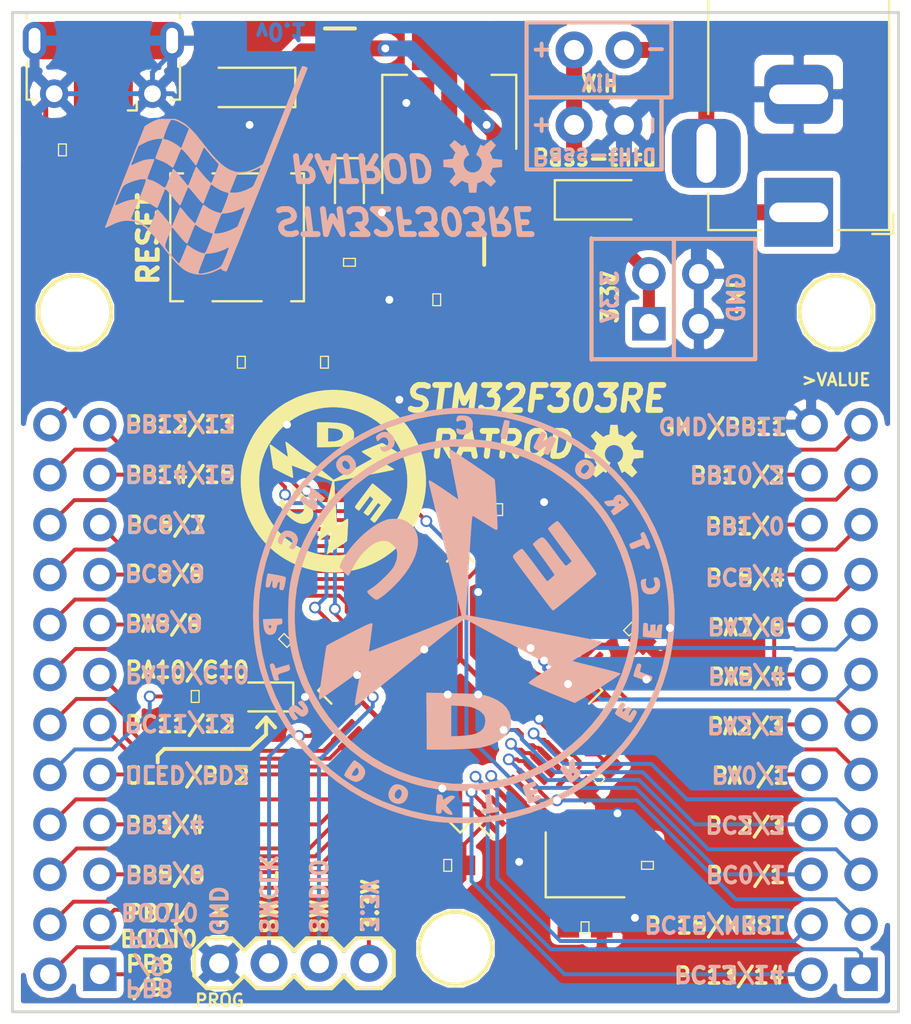
<source format=kicad_pcb>
(kicad_pcb (version 20171130) (host pcbnew "(5.0.2)-1")
  (title_block (title "STM32F303RE Ratrod") (date 2019-01-28) (rev 0.1) (company "Dokter Electronic Concepts") (comment 1 "BEERWARE - If you use it, buy me a beer."))
  (layers (0 F.Cu signal hide) (31 B.Cu signal) (34 B.Paste user) (35 F.Paste user hide) (36 B.SilkS user) (37 F.SilkS user hide) (38 B.Mask user hide) (39 F.Mask user hide) (44 Edge.Cuts user))
  (net 0 "")
  (net 1 GND)
  (net 2 3.3V)
  (net 3 "Net-(Y1-Pad2)")
  (net 4 "Net-(Y1-Pad4)")
  (net 5 "Net-(C6-Pad1)")
  (net 6 "Net-(C1-Pad1)")
  (net 7 NRST)
  (net 8 "Net-(D1-Pad2)")
  (net 9 Vin)
  (net 10 "Net-(D3-Pad2)")
  (net 11 "Net-(D4-Pad2)")
  (net 12 "Net-(J1-Pad4)")
  (net 13 "Net-(J2-Pad1)")
  (net 14 SWDIO)
  (net 15 SWCLK)
  (net 16 PB11)
  (net 17 PB10)
  (net 18 PB2)
  (net 19 PB1)
  (net 20 PB0)
  (net 21 PC5)
  (net 22 PC4)
  (net 23 PA7)
  (net 24 PA6)
  (net 25 PA5)
  (net 26 PA4)
  (net 27 PA3)
  (net 28 PA2)
  (net 29 PA1)
  (net 30 PA0)
  (net 31 PC3)
  (net 32 PC2)
  (net 33 PC1)
  (net 34 PC0)
  (net 35 PC15)
  (net 36 PC14)
  (net 37 PC13)
  (net 38 PB9)
  (net 39 PB8)
  (net 40 BOOT0)
  (net 41 PB7)
  (net 42 PB6)
  (net 43 PB5)
  (net 44 PB4)
  (net 45 PB3)
  (net 46 PD2)
  (net 47 U_LED)
  (net 48 PC12)
  (net 49 PC11)
  (net 50 PC10)
  (net 51 PA10)
  (net 52 PA9)
  (net 53 PA8)
  (net 54 PC9)
  (net 55 PC8)
  (net 56 PC7)
  (net 57 PC6)
  (net 58 PB15)
  (net 59 PB14)
  (net 60 PB13)
  (net 61 PB12)
  (net 62 PA15)
  (net 63 "Net-(C5-Pad1)")
  (net 64 USB_D-)
  (net 65 USB_D+)
  (module Aesthetics:OSHW-LOGO-S (layer B.Cu) (at 150.4188 83.8708)
    (fp_text reference "" (at 0 0) (layer B.SilkS) (effects (font (size 1.524 1.524)) (justify mirror)))
    (fp_text value "" (at 0 0) (layer B.SilkS) (effects (font (size 1.524 1.524)) (justify mirror)))
  )
  (module Capacitors:0603 (layer F.Cu) (at 156.1338 122.7328)
    (fp_text reference C5 hide)
    (fp_text value 18pF hide)
    (pad 2 smd rect (at 0.84836 0) (size 1.09982 0.99822) (layers F.Cu F.Paste F.Mask) (net 1 GND))
    (pad 1 smd rect (at -0.84836 0) (size 1.09982 0.99822) (layers F.Cu F.Paste F.Mask) (net 63 "Net-(C5-Pad1)"))
  )
  (module Capacitors:0603 (layer F.Cu) (at 159.3088 119.5578 270)
    (fp_text reference C6 hide)
    (fp_text value 18pF hide)
    (pad 2 smd rect (at 0.84836 0 270) (size 1.09982 0.99822) (layers F.Cu F.Paste F.Mask) (net 1 GND))
    (pad 1 smd rect (at -0.84836 0 270) (size 1.09982 0.99822) (layers F.Cu F.Paste F.Mask) (net 5 "Net-(C6-Pad1)"))
  )
  (module Capacitors:0603 (layer F.Cu) (at 140.8938 108.1278 45)
    (fp_text reference C7 hide)
    (fp_text value 0.1uF hide)
    (pad 1 smd rect (at -0.84836 0 45) (size 1.09982 0.99822) (layers F.Cu F.Paste F.Mask) (net 2 3.3V))
    (pad 2 smd rect (at 0.84836 0 45) (size 1.09982 0.99822) (layers F.Cu F.Paste F.Mask) (net 1 GND))
  )
  (module Capacitors:0603 (layer F.Cu) (at 151.7396 101.473)
    (fp_text reference C8 hide)
    (fp_text value 0.1uF hide)
    (pad 1 smd rect (at -0.84836 0) (size 1.09982 0.99822) (layers F.Cu F.Paste F.Mask) (net 2 3.3V))
    (pad 2 smd rect (at 0.84836 0) (size 1.09982 0.99822) (layers F.Cu F.Paste F.Mask) (net 1 GND))
  )
  (module Capacitors:0603 (layer F.Cu) (at 149.1488 119.5578 180)
    (fp_text reference C9 hide)
    (fp_text value 0.1uF hide)
    (pad 1 smd rect (at -0.84836 0 180) (size 1.09982 0.99822) (layers F.Cu F.Paste F.Mask) (net 2 3.3V))
    (pad 2 smd rect (at 0.84836 0 180) (size 1.09982 0.99822) (layers F.Cu F.Paste F.Mask) (net 1 GND))
  )
  (module Capacitors:0603 (layer F.Cu) (at 158.4452 107.5436 315)
    (fp_text reference C10 hide)
    (fp_text value 0.1uF hide)
    (pad 1 smd rect (at -0.84836 0 315) (size 1.09982 0.99822) (layers F.Cu F.Paste F.Mask) (net 2 3.3V))
    (pad 2 smd rect (at 0.84836 0 315) (size 1.09982 0.99822) (layers F.Cu F.Paste F.Mask) (net 1 GND))
  )
  (module Capacitors:0603 (layer F.Cu) (at 156.7688 115.1128 225)
    (fp_text reference C11 hide)
    (fp_text value 2.2uF hide)
    (pad 2 smd rect (at 0.84836 0 225) (size 1.09982 0.99822) (layers F.Cu F.Paste F.Mask) (net 1 GND))
    (pad 1 smd rect (at -0.84836 0 225) (size 1.09982 0.99822) (layers F.Cu F.Paste F.Mask) (net 2 3.3V))
  )
  (module Diode_SMD:D_SOD-123 (layer F.Cu) (at 139.1412 80.01 180)
    (fp_text reference D1 hide)
    (fp_text value D_Schottky hide)
    (pad 1 smd rect (at -1.65 0 180) (size 0.9 1.2) (layers F.Cu F.Paste F.Mask) (net 6 "Net-(C1-Pad1)"))
    (pad 2 smd rect (at 1.65 0 180) (size 0.9 1.2) (layers F.Cu F.Paste F.Mask) (net 8 "Net-(D1-Pad2)"))
  )
  (module Diode_SMD:D_SOD-123 (layer F.Cu) (at 156.845 85.725)
    (fp_text reference D2 hide)
    (fp_text value D_Schottky hide)
    (pad 2 smd rect (at 1.65 0) (size 0.9 1.2) (layers F.Cu F.Paste F.Mask) (net 9 Vin))
    (pad 1 smd rect (at -1.65 0) (size 0.9 1.2) (layers F.Cu F.Paste F.Mask) (net 6 "Net-(C1-Pad1)"))
  )
  (module Diode_SMD:D_0603_1608Metric (layer F.Cu) (at 144.145 85.09 270)
    (fp_text reference D3 hide)
    (fp_text value RED hide)
    (pad 1 smd roundrect (at -0.7875 0 270) (size 0.875 0.95) (layers F.Cu F.Paste F.Mask) (net 1 GND))
    (pad 2 smd roundrect (at 0.7875 0 270) (size 0.875 0.95) (layers F.Cu F.Paste F.Mask) (net 10 "Net-(D3-Pad2)"))
  )
  (module Diode_SMD:D_0603_1608Metric (layer F.Cu) (at 139.8016 110.998 180)
    (fp_text reference D4 hide)
    (fp_text value RED)
    (pad 2 smd roundrect (at 0.7875 0 180) (size 0.875 0.95) (layers F.Cu F.Paste F.Mask) (net 11 "Net-(D4-Pad2)"))
    (pad 1 smd roundrect (at -0.7875 0 180) (size 0.875 0.95) (layers F.Cu F.Paste F.Mask) (net 1 GND))
  )
  (module Connector_USB:USB_Micro-B_Molex-105017-0001 (layer F.Cu) (at 131.6228 78.867 180)
    (fp_text reference J1 hide)
    (fp_text value USB_B_Micro hide)
    (pad 6 smd rect (at 1 1.2375 180) (size 1.5 1.9) (layers F.Cu F.Paste F.Mask) (net 1 GND))
    (pad 6 thru_hole circle (at -2.5 -1.4625 180) (size 1.45 1.45) (drill 0.85) (layers *.Cu *.Mask) (net 1 GND))
    (pad 2 smd rect (at -0.65 -1.4625 180) (size 0.4 1.35) (layers F.Cu F.Paste F.Mask) (net 64 USB_D-))
    (pad 1 smd rect (at -1.3 -1.4625 180) (size 0.4 1.35) (layers F.Cu F.Paste F.Mask) (net 8 "Net-(D1-Pad2)"))
    (pad 5 smd rect (at 1.3 -1.4625 180) (size 0.4 1.35) (layers F.Cu F.Paste F.Mask) (net 1 GND))
    (pad 4 smd rect (at 0.65 -1.4625 180) (size 0.4 1.35) (layers F.Cu F.Paste F.Mask) (net 12 "Net-(J1-Pad4)"))
    (pad 3 smd rect (at 0 -1.4625 180) (size 0.4 1.35) (layers F.Cu F.Paste F.Mask) (net 65 USB_D+))
    (pad 6 thru_hole circle (at 2.5 -1.4625 180) (size 1.45 1.45) (drill 0.85) (layers *.Cu *.Mask) (net 1 GND))
    (pad 6 smd rect (at -1 1.2375 180) (size 1.5 1.9) (layers F.Cu F.Paste F.Mask) (net 1 GND))
    (pad 6 thru_hole oval (at -3.5 1.2375) (size 1.2 1.9) (drill oval 0.6 1.3) (layers *.Cu *.Mask) (net 1 GND))
    (pad 6 thru_hole oval (at 3.5 1.2375 180) (size 1.2 1.9) (drill oval 0.6 1.3) (layers *.Cu *.Mask) (net 1 GND))
    (pad 6 smd rect (at 2.9 1.2375 180) (size 1.2 1.9) (layers F.Cu F.Mask) (net 1 GND))
    (pad 6 smd rect (at -2.9 1.2375 180) (size 1.2 1.9) (layers F.Cu F.Mask) (net 1 GND))
  )
  (module Connectors:1X02_NO_SILK (layer F.Cu) (at 158.115 78.105 180)
    (fp_text reference J2 hide)
    (fp_text value CONN_01X02 hide)
    (pad 1 thru_hole circle (at 0 0 180) (size 1.8796 1.8796) (drill 1.016) (layers *.Cu *.Mask) (net 13 "Net-(J2-Pad1)"))
    (pad 2 thru_hole circle (at 2.54 0 180) (size 1.8796 1.8796) (drill 1.016) (layers *.Cu *.Mask) (net 9 Vin))
  )
  (module Connector_BarrelJack:BarrelJack_Horizontal (layer F.Cu) (at 167.005 86.36 270)
    (fp_text reference J3 hide)
    (fp_text value Barrel_Jack_Switch hide)
    (pad 1 thru_hole rect (at 0 0 270) (size 3.5 3.5) (drill oval 1 3) (layers *.Cu *.Mask) (net 9 Vin))
    (pad 2 thru_hole roundrect (at -6 0 270) (size 3 3.5) (drill oval 1 3) (layers *.Cu *.Mask) (net 1 GND))
    (pad 3 thru_hole roundrect (at -3 4.7 270) (size 3.5 3.5) (drill oval 3 1) (layers *.Cu *.Mask) (net 13 "Net-(J2-Pad1)"))
  )
  (module Connectors:1X04 (layer F.Cu) (at 145.1356 124.5362 180)
    (fp_text reference J4 hide)
    (fp_text value PROG (at 7.5946 -1.8796 180) (layer F.SilkS) (effects (font (size 0.6096 0.6096) (thickness 0.127))))
    (pad 1 thru_hole circle (at 0 0 180) (size 1.8796 1.8796) (drill 1.016) (layers *.Cu *.Mask) (net 2 3.3V))
    (pad 2 thru_hole circle (at 2.54 0 180) (size 1.8796 1.8796) (drill 1.016) (layers *.Cu *.Mask) (net 14 SWDIO))
    (pad 3 thru_hole circle (at 5.08 0 180) (size 1.8796 1.8796) (drill 1.016) (layers *.Cu *.Mask) (net 15 SWCLK))
    (pad 4 thru_hole circle (at 7.62 0 180) (size 1.8796 1.8796) (drill 1.016) (layers *.Cu *.Mask) (net 1 GND))
  )
  (module Connectors:1X02_NO_SILK (layer F.Cu) (at 155.575 81.915)
    (fp_text reference J5 hide)
    (fp_text value "Power Pass-thru" hide)
    (pad 2 thru_hole circle (at 2.54 0) (size 1.8796 1.8796) (drill 1.016) (layers *.Cu *.Mask) (net 1 GND))
    (pad 1 thru_hole circle (at 0 0) (size 1.8796 1.8796) (drill 1.016) (layers *.Cu *.Mask) (net 9 Vin))
  )
  (module Resistors:0603 (layer F.Cu) (at 129.54 83.185 180)
    (fp_text reference R1 hide)
    (fp_text value 100k hide)
    (pad 1 smd rect (at -0.84836 0 180) (size 1.09982 0.99822) (layers F.Cu F.Paste F.Mask) (net 12 "Net-(J1-Pad4)"))
    (pad 2 smd rect (at 0.84836 0 180) (size 1.09982 0.99822) (layers F.Cu F.Paste F.Mask) (net 1 GND))
  )
  (module Resistors:0603 (layer F.Cu) (at 144.145 88.9 90)
    (fp_text reference R2 hide)
    (fp_text value 220 hide)
    (pad 2 smd rect (at 0.84836 0 90) (size 1.09982 0.99822) (layers F.Cu F.Paste F.Mask) (net 10 "Net-(D3-Pad2)"))
    (pad 1 smd rect (at -0.84836 0 90) (size 1.09982 0.99822) (layers F.Cu F.Paste F.Mask) (net 2 3.3V))
  )
  (module Resistors:0603 (layer F.Cu) (at 142.875 93.98 180)
    (fp_text reference R3 hide)
    (fp_text value 10k hide)
    (pad 2 smd rect (at 0.84836 0 180) (size 1.09982 0.99822) (layers F.Cu F.Paste F.Mask) (net 7 NRST))
    (pad 1 smd rect (at -0.84836 0 180) (size 1.09982 0.99822) (layers F.Cu F.Paste F.Mask) (net 2 3.3V))
  )
  (module Resistors:0603 (layer F.Cu) (at 136.2964 110.9726)
    (fp_text reference R4 hide)
    (fp_text value 220 hide)
    (pad 1 smd rect (at -0.84836 0) (size 1.09982 0.99822) (layers F.Cu F.Paste F.Mask) (net 47 U_LED))
    (pad 2 smd rect (at 0.84836 0) (size 1.09982 0.99822) (layers F.Cu F.Paste F.Mask) (net 11 "Net-(D4-Pad2)"))
  )
  (module Pete:SW_SPST_B3SL-1022P (layer F.Cu) (at 138.43 87.63 270)
    (fp_text reference S1 hide)
    (fp_text value Tact_Sw hide)
    (pad 2 smd rect (at -2.88 2 270) (size 2.75 1) (layers F.Cu F.Paste F.Mask) (net 7 NRST))
    (pad 3 smd rect (at 2.88 2 270) (size 2.75 1) (layers F.Cu F.Paste F.Mask) (net 7 NRST))
    (pad 4 smd rect (at 2.88 -2 270) (size 2.75 1) (layers F.Cu F.Paste F.Mask) (net 1 GND))
    (pad 1 smd rect (at -2.88 -2 270) (size 2.75 1) (layers F.Cu F.Paste F.Mask) (net 1 GND))
  )
  (module Crystal:Crystal_SMD_3225-4Pin_3.2x2.5mm (layer F.Cu) (at 156.1338 119.5324)
    (fp_text reference Y1 hide)
    (fp_text value Crystal_32MHz hide)
    (pad 1 smd rect (at -1.1 0.85) (size 1.4 1.2) (layers F.Cu F.Paste F.Mask) (net 63 "Net-(C5-Pad1)"))
    (pad 2 smd rect (at 1.1 0.85) (size 1.4 1.2) (layers F.Cu F.Paste F.Mask) (net 3 "Net-(Y1-Pad2)"))
    (pad 3 smd rect (at 1.1 -0.85) (size 1.4 1.2) (layers F.Cu F.Paste F.Mask) (net 5 "Net-(C6-Pad1)"))
    (pad 4 smd rect (at -1.1 -0.85) (size 1.4 1.2) (layers F.Cu F.Paste F.Mask) (net 4 "Net-(Y1-Pad4)"))
  )
  (module Pete:PinHeader_2x12_P2.54mm_Vertical_NS (layer F.Cu) (at 170.18 125.095 180)
    (fp_text reference J6 hide)
    (fp_text value CONN_02X12 hide)
    (pad 24 thru_hole oval (at 2.54 27.94 180) (size 1.7 1.7) (drill 1) (layers *.Cu *.Mask) (net 1 GND))
    (pad 23 thru_hole oval (at 0 27.94 180) (size 1.7 1.7) (drill 1) (layers *.Cu *.Mask) (net 16 PB11))
    (pad 22 thru_hole oval (at 2.54 25.4 180) (size 1.7 1.7) (drill 1) (layers *.Cu *.Mask) (net 17 PB10))
    (pad 21 thru_hole oval (at 0 25.4 180) (size 1.7 1.7) (drill 1) (layers *.Cu *.Mask) (net 18 PB2))
    (pad 20 thru_hole oval (at 2.54 22.86 180) (size 1.7 1.7) (drill 1) (layers *.Cu *.Mask) (net 19 PB1))
    (pad 19 thru_hole oval (at 0 22.86 180) (size 1.7 1.7) (drill 1) (layers *.Cu *.Mask) (net 20 PB0))
    (pad 18 thru_hole oval (at 2.54 20.32 180) (size 1.7 1.7) (drill 1) (layers *.Cu *.Mask) (net 21 PC5))
    (pad 17 thru_hole oval (at 0 20.32 180) (size 1.7 1.7) (drill 1) (layers *.Cu *.Mask) (net 22 PC4))
    (pad 16 thru_hole oval (at 2.54 17.78 180) (size 1.7 1.7) (drill 1) (layers *.Cu *.Mask) (net 23 PA7))
    (pad 15 thru_hole oval (at 0 17.78 180) (size 1.7 1.7) (drill 1) (layers *.Cu *.Mask) (net 24 PA6))
    (pad 14 thru_hole oval (at 2.54 15.24 180) (size 1.7 1.7) (drill 1) (layers *.Cu *.Mask) (net 25 PA5))
    (pad 13 thru_hole oval (at 0 15.24 180) (size 1.7 1.7) (drill 1) (layers *.Cu *.Mask) (net 26 PA4))
    (pad 12 thru_hole oval (at 2.54 12.7 180) (size 1.7 1.7) (drill 1) (layers *.Cu *.Mask) (net 28 PA2))
    (pad 11 thru_hole oval (at 0 12.7 180) (size 1.7 1.7) (drill 1) (layers *.Cu *.Mask) (net 27 PA3))
    (pad 10 thru_hole oval (at 2.54 10.16 180) (size 1.7 1.7) (drill 1) (layers *.Cu *.Mask) (net 30 PA0))
    (pad 9 thru_hole oval (at 0 10.16 180) (size 1.7 1.7) (drill 1) (layers *.Cu *.Mask) (net 29 PA1))
    (pad 8 thru_hole oval (at 2.54 7.62 180) (size 1.7 1.7) (drill 1) (layers *.Cu *.Mask) (net 32 PC2))
    (pad 7 thru_hole oval (at 0 7.62 180) (size 1.7 1.7) (drill 1) (layers *.Cu *.Mask) (net 31 PC3))
    (pad 6 thru_hole oval (at 2.54 5.08 180) (size 1.7 1.7) (drill 1) (layers *.Cu *.Mask) (net 34 PC0))
    (pad 5 thru_hole oval (at 0 5.08 180) (size 1.7 1.7) (drill 1) (layers *.Cu *.Mask) (net 33 PC1))
    (pad 4 thru_hole oval (at 2.54 2.54 180) (size 1.7 1.7) (drill 1) (layers *.Cu *.Mask) (net 35 PC15))
    (pad 3 thru_hole oval (at 0 2.54 180) (size 1.7 1.7) (drill 1) (layers *.Cu *.Mask) (net 7 NRST))
    (pad 2 thru_hole oval (at 2.54 0 180) (size 1.7 1.7) (drill 1) (layers *.Cu *.Mask) (net 37 PC13))
    (pad 1 thru_hole rect (at 0 0 180) (size 1.7 1.7) (drill 1) (layers *.Cu *.Mask) (net 36 PC14))
  )
  (module Pete:PinHeader_2x12_P2.54mm_Vertical_NS (layer F.Cu) (at 131.445 125.095 180)
    (fp_text reference J7 hide)
    (fp_text value CONN_02X12)
    (pad 1 thru_hole rect (at 0 0 180) (size 1.7 1.7) (drill 1) (layers *.Cu *.Mask) (net 38 PB9))
    (pad 2 thru_hole oval (at 2.54 0 180) (size 1.7 1.7) (drill 1) (layers *.Cu *.Mask) (net 39 PB8))
    (pad 3 thru_hole oval (at 0 2.54 180) (size 1.7 1.7) (drill 1) (layers *.Cu *.Mask) (net 40 BOOT0))
    (pad 4 thru_hole oval (at 2.54 2.54 180) (size 1.7 1.7) (drill 1) (layers *.Cu *.Mask) (net 41 PB7))
    (pad 5 thru_hole oval (at 0 5.08 180) (size 1.7 1.7) (drill 1) (layers *.Cu *.Mask) (net 42 PB6))
    (pad 6 thru_hole oval (at 2.54 5.08 180) (size 1.7 1.7) (drill 1) (layers *.Cu *.Mask) (net 43 PB5))
    (pad 7 thru_hole oval (at 0 7.62 180) (size 1.7 1.7) (drill 1) (layers *.Cu *.Mask) (net 44 PB4))
    (pad 8 thru_hole oval (at 2.54 7.62 180) (size 1.7 1.7) (drill 1) (layers *.Cu *.Mask) (net 45 PB3))
    (pad 9 thru_hole oval (at 0 10.16 180) (size 1.7 1.7) (drill 1) (layers *.Cu *.Mask) (net 46 PD2))
    (pad 10 thru_hole oval (at 2.54 10.16 180) (size 1.7 1.7) (drill 1) (layers *.Cu *.Mask) (net 47 U_LED))
    (pad 11 thru_hole oval (at 0 12.7 180) (size 1.7 1.7) (drill 1) (layers *.Cu *.Mask) (net 48 PC12))
    (pad 12 thru_hole oval (at 2.54 12.7 180) (size 1.7 1.7) (drill 1) (layers *.Cu *.Mask) (net 49 PC11))
    (pad 13 thru_hole oval (at 0 15.24 180) (size 1.7 1.7) (drill 1) (layers *.Cu *.Mask) (net 50 PC10))
    (pad 14 thru_hole oval (at 2.54 15.24 180) (size 1.7 1.7) (drill 1) (layers *.Cu *.Mask) (net 51 PA10))
    (pad 15 thru_hole oval (at 0 17.78 180) (size 1.7 1.7) (drill 1) (layers *.Cu *.Mask) (net 52 PA9))
    (pad 16 thru_hole oval (at 2.54 17.78 180) (size 1.7 1.7) (drill 1) (layers *.Cu *.Mask) (net 53 PA8))
    (pad 17 thru_hole oval (at 0 20.32 180) (size 1.7 1.7) (drill 1) (layers *.Cu *.Mask) (net 54 PC9))
    (pad 18 thru_hole oval (at 2.54 20.32 180) (size 1.7 1.7) (drill 1) (layers *.Cu *.Mask) (net 55 PC8))
    (pad 19 thru_hole oval (at 0 22.86 180) (size 1.7 1.7) (drill 1) (layers *.Cu *.Mask) (net 56 PC7))
    (pad 20 thru_hole oval (at 2.54 22.86 180) (size 1.7 1.7) (drill 1) (layers *.Cu *.Mask) (net 57 PC6))
    (pad 21 thru_hole oval (at 0 25.4 180) (size 1.7 1.7) (drill 1) (layers *.Cu *.Mask) (net 58 PB15))
    (pad 22 thru_hole oval (at 2.54 25.4 180) (size 1.7 1.7) (drill 1) (layers *.Cu *.Mask) (net 59 PB14))
    (pad 23 thru_hole oval (at 0 27.94 180) (size 1.7 1.7) (drill 1) (layers *.Cu *.Mask) (net 60 PB13))
    (pad 24 thru_hole oval (at 2.54 27.94 180) (size 1.7 1.7) (drill 1) (layers *.Cu *.Mask) (net 61 PB12))
  )
  (module Capacitors:EIA3216_2 (layer F.Cu) (at 143.6624 79.4258 90)
    (fp_text reference C1 hide)
    (fp_text value 10uF hide)
    (pad 1 smd rect (at 1.39954 0 180) (size 1.59766 1.39954) (layers F.Cu F.Paste F.Mask) (net 6 "Net-(C1-Pad1)"))
    (pad 2 smd rect (at -1.39954 0 180) (size 1.59766 1.39954) (layers F.Cu F.Paste F.Mask) (net 1 GND))
  )
  (module Pete:PinHeader_2x02_P2.54mm_Vertical_NS (layer F.Cu) (at 159.385 92.0242 90)
    (fp_text reference J8 hide)
    (fp_text value CONN_02X02 hide)
    (pad 1 thru_hole rect (at 0 0 90) (size 1.7 1.7) (drill 1) (layers *.Cu *.Mask) (net 2 3.3V))
    (pad 2 thru_hole oval (at 2.54 0 90) (size 1.7 1.7) (drill 1) (layers *.Cu *.Mask) (net 2 3.3V))
    (pad 3 thru_hole oval (at 0 2.54 90) (size 1.7 1.7) (drill 1) (layers *.Cu *.Mask) (net 1 GND))
    (pad 4 thru_hole oval (at 2.54 2.54 90) (size 1.7 1.7) (drill 1) (layers *.Cu *.Mask) (net 1 GND))
  )
  (module TO_SOT_Packages_SMD:SOT-223-3_TabPin2 (layer F.Cu) (at 149.225 81.28 90)
    (fp_text reference U1 hide)
    (fp_text value AZ1117-3.3 hide)
    (pad 2 smd rect (at 3.15 0 90) (size 2 3.8) (layers F.Cu F.Paste F.Mask) (net 2 3.3V))
    (pad 2 smd rect (at -3.15 0 90) (size 2 1.5) (layers F.Cu F.Paste F.Mask) (net 2 3.3V))
    (pad 3 smd rect (at -3.15 2.3 90) (size 2 1.5) (layers F.Cu F.Paste F.Mask) (net 6 "Net-(C1-Pad1)"))
    (pad 1 smd rect (at -3.15 -2.3 90) (size 2 1.5) (layers F.Cu F.Paste F.Mask) (net 1 GND))
  )
  (module Package_QFP:LQFP-64_10x10mm_P0.5mm (layer F.Cu) (at 149.7838 110.6678 135)
    (fp_text reference U2 hide)
    (fp_text value STM32F303RETx hide)
    (pad 1 smd roundrect (at -5.675 -3.749999 135) (size 1.55 0.3) (layers F.Cu F.Paste F.Mask) (net 2 3.3V))
    (pad 2 smd roundrect (at -5.675 -3.25 135) (size 1.55 0.3) (layers F.Cu F.Paste F.Mask) (net 37 PC13))
    (pad 3 smd roundrect (at -5.675 -2.75 135) (size 1.55 0.3) (layers F.Cu F.Paste F.Mask) (net 36 PC14))
    (pad 4 smd roundrect (at -5.675 -2.25 135) (size 1.55 0.3) (layers F.Cu F.Paste F.Mask) (net 35 PC15))
    (pad 5 smd roundrect (at -5.675 -1.75 135) (size 1.55 0.3) (layers F.Cu F.Paste F.Mask) (net 63 "Net-(C5-Pad1)"))
    (pad 6 smd roundrect (at -5.675 -1.249999 135) (size 1.55 0.3) (layers F.Cu F.Paste F.Mask) (net 5 "Net-(C6-Pad1)"))
    (pad 7 smd roundrect (at -5.675 -0.75 135) (size 1.55 0.3) (layers F.Cu F.Paste F.Mask) (net 7 NRST))
    (pad 8 smd roundrect (at -5.675 -0.25 135) (size 1.55 0.3) (layers F.Cu F.Paste F.Mask) (net 34 PC0))
    (pad 9 smd roundrect (at -5.675 0.25 135) (size 1.55 0.3) (layers F.Cu F.Paste F.Mask) (net 33 PC1))
    (pad 10 smd roundrect (at -5.675 0.75 135) (size 1.55 0.3) (layers F.Cu F.Paste F.Mask) (net 32 PC2))
    (pad 11 smd roundrect (at -5.675 1.249999 135) (size 1.55 0.3) (layers F.Cu F.Paste F.Mask) (net 31 PC3))
    (pad 12 smd roundrect (at -5.675 1.75 135) (size 1.55 0.3) (layers F.Cu F.Paste F.Mask) (net 1 GND))
    (pad 13 smd roundrect (at -5.675 2.25 135) (size 1.55 0.3) (layers F.Cu F.Paste F.Mask) (net 2 3.3V))
    (pad 14 smd roundrect (at -5.675 2.75 135) (size 1.55 0.3) (layers F.Cu F.Paste F.Mask) (net 30 PA0))
    (pad 15 smd roundrect (at -5.675 3.25 135) (size 1.55 0.3) (layers F.Cu F.Paste F.Mask) (net 29 PA1))
    (pad 16 smd roundrect (at -5.675 3.749999 135) (size 1.55 0.3) (layers F.Cu F.Paste F.Mask) (net 28 PA2))
    (pad 17 smd roundrect (at -3.749999 5.675 135) (size 0.3 1.55) (layers F.Cu F.Paste F.Mask) (net 27 PA3))
    (pad 18 smd roundrect (at -3.25 5.675 135) (size 0.3 1.55) (layers F.Cu F.Paste F.Mask) (net 1 GND))
    (pad 19 smd roundrect (at -2.75 5.675 135) (size 0.3 1.55) (layers F.Cu F.Paste F.Mask) (net 2 3.3V))
    (pad 20 smd roundrect (at -2.25 5.675 135) (size 0.3 1.55) (layers F.Cu F.Paste F.Mask) (net 26 PA4))
    (pad 21 smd roundrect (at -1.75 5.675 135) (size 0.3 1.55) (layers F.Cu F.Paste F.Mask) (net 25 PA5))
    (pad 22 smd roundrect (at -1.249999 5.675 135) (size 0.3 1.55) (layers F.Cu F.Paste F.Mask) (net 24 PA6))
    (pad 23 smd roundrect (at -0.75 5.675 135) (size 0.3 1.55) (layers F.Cu F.Paste F.Mask) (net 23 PA7))
    (pad 24 smd roundrect (at -0.25 5.675 135) (size 0.3 1.55) (layers F.Cu F.Paste F.Mask) (net 22 PC4))
    (pad 25 smd roundrect (at 0.25 5.675 135) (size 0.3 1.55) (layers F.Cu F.Paste F.Mask) (net 21 PC5))
    (pad 26 smd roundrect (at 0.75 5.675 135) (size 0.3 1.55) (layers F.Cu F.Paste F.Mask) (net 20 PB0))
    (pad 27 smd roundrect (at 1.249999 5.675 135) (size 0.3 1.55) (layers F.Cu F.Paste F.Mask) (net 19 PB1))
    (pad 28 smd roundrect (at 1.75 5.675 135) (size 0.3 1.55) (layers F.Cu F.Paste F.Mask) (net 18 PB2))
    (pad 29 smd roundrect (at 2.25 5.675 135) (size 0.3 1.55) (layers F.Cu F.Paste F.Mask) (net 17 PB10))
    (pad 30 smd roundrect (at 2.75 5.675 135) (size 0.3 1.55) (layers F.Cu F.Paste F.Mask) (net 16 PB11))
    (pad 31 smd roundrect (at 3.25 5.675 135) (size 0.3 1.55) (layers F.Cu F.Paste F.Mask) (net 1 GND))
    (pad 32 smd roundrect (at 3.749999 5.675 135) (size 0.3 1.55) (layers F.Cu F.Paste F.Mask) (net 2 3.3V))
    (pad 33 smd roundrect (at 5.675 3.749999 135) (size 1.55 0.3) (layers F.Cu F.Paste F.Mask) (net 61 PB12))
    (pad 34 smd roundrect (at 5.675 3.25 135) (size 1.55 0.3) (layers F.Cu F.Paste F.Mask) (net 60 PB13))
    (pad 35 smd roundrect (at 5.675 2.75 135) (size 1.55 0.3) (layers F.Cu F.Paste F.Mask) (net 59 PB14))
    (pad 36 smd roundrect (at 5.675 2.25 135) (size 1.55 0.3) (layers F.Cu F.Paste F.Mask) (net 58 PB15))
    (pad 37 smd roundrect (at 5.675 1.75 135) (size 1.55 0.3) (layers F.Cu F.Paste F.Mask) (net 57 PC6))
    (pad 38 smd roundrect (at 5.675 1.249999 135) (size 1.55 0.3) (layers F.Cu F.Paste F.Mask) (net 56 PC7))
    (pad 39 smd roundrect (at 5.675 0.75 135) (size 1.55 0.3) (layers F.Cu F.Paste F.Mask) (net 55 PC8))
    (pad 40 smd roundrect (at 5.675 0.25 135) (size 1.55 0.3) (layers F.Cu F.Paste F.Mask) (net 54 PC9))
    (pad 41 smd roundrect (at 5.675 -0.25 135) (size 1.55 0.3) (layers F.Cu F.Paste F.Mask) (net 53 PA8))
    (pad 42 smd roundrect (at 5.675 -0.75 135) (size 1.55 0.3) (layers F.Cu F.Paste F.Mask) (net 52 PA9))
    (pad 43 smd roundrect (at 5.675 -1.249999 135) (size 1.55 0.3) (layers F.Cu F.Paste F.Mask) (net 51 PA10))
    (pad 44 smd roundrect (at 5.675 -1.75 135) (size 1.55 0.3) (layers F.Cu F.Paste F.Mask) (net 64 USB_D-))
    (pad 45 smd roundrect (at 5.675 -2.25 135) (size 1.55 0.3) (layers F.Cu F.Paste F.Mask) (net 65 USB_D+))
    (pad 46 smd roundrect (at 5.675 -2.75 135) (size 1.55 0.3) (layers F.Cu F.Paste F.Mask) (net 14 SWDIO))
    (pad 47 smd roundrect (at 5.675 -3.25 135) (size 1.55 0.3) (layers F.Cu F.Paste F.Mask) (net 1 GND))
    (pad 48 smd roundrect (at 5.675 -3.749999 135) (size 1.55 0.3) (layers F.Cu F.Paste F.Mask) (net 2 3.3V))
    (pad 49 smd roundrect (at 3.749999 -5.675 135) (size 0.3 1.55) (layers F.Cu F.Paste F.Mask) (net 15 SWCLK))
    (pad 50 smd roundrect (at 3.25 -5.675 135) (size 0.3 1.55) (layers F.Cu F.Paste F.Mask) (net 62 PA15))
    (pad 51 smd roundrect (at 2.75 -5.675 135) (size 0.3 1.55) (layers F.Cu F.Paste F.Mask) (net 50 PC10))
    (pad 52 smd roundrect (at 2.25 -5.675 135) (size 0.3 1.55) (layers F.Cu F.Paste F.Mask) (net 49 PC11))
    (pad 53 smd roundrect (at 1.75 -5.675 135) (size 0.3 1.55) (layers F.Cu F.Paste F.Mask) (net 48 PC12))
    (pad 54 smd roundrect (at 1.249999 -5.675 135) (size 0.3 1.55) (layers F.Cu F.Paste F.Mask) (net 46 PD2))
    (pad 55 smd roundrect (at 0.75 -5.675 135) (size 0.3 1.55) (layers F.Cu F.Paste F.Mask) (net 45 PB3))
    (pad 56 smd roundrect (at 0.25 -5.675 135) (size 0.3 1.55) (layers F.Cu F.Paste F.Mask) (net 44 PB4))
    (pad 57 smd roundrect (at -0.25 -5.675 135) (size 0.3 1.55) (layers F.Cu F.Paste F.Mask) (net 43 PB5))
    (pad 58 smd roundrect (at -0.75 -5.675 135) (size 0.3 1.55) (layers F.Cu F.Paste F.Mask) (net 42 PB6))
    (pad 59 smd roundrect (at -1.249999 -5.675 135) (size 0.3 1.55) (layers F.Cu F.Paste F.Mask) (net 41 PB7))
    (pad 60 smd roundrect (at -1.75 -5.675 135) (size 0.3 1.55) (layers F.Cu F.Paste F.Mask) (net 40 BOOT0))
    (pad 61 smd roundrect (at -2.25 -5.675 135) (size 0.3 1.55) (layers F.Cu F.Paste F.Mask) (net 39 PB8))
    (pad 62 smd roundrect (at -2.75 -5.675 135) (size 0.3 1.55) (layers F.Cu F.Paste F.Mask) (net 38 PB9))
    (pad 63 smd roundrect (at -3.25 -5.675 135) (size 0.3 1.55) (layers F.Cu F.Paste F.Mask) (net 1 GND))
    (pad 64 smd roundrect (at -3.749999 -5.675 135) (size 0.3 1.55) (layers F.Cu F.Paste F.Mask) (net 2 3.3V))
  )
  (module Capacitors:EIA3216_2 (layer F.Cu) (at 148.59 88.265)
    (fp_text reference C2 hide)
    (fp_text value 10uF hide)
    (pad 1 smd rect (at 1.39954 0 90) (size 1.59766 1.39954) (layers F.Cu F.Paste F.Mask) (net 2 3.3V))
    (pad 2 smd rect (at -1.39954 0 90) (size 1.59766 1.39954) (layers F.Cu F.Paste F.Mask) (net 1 GND))
  )
  (module Capacitors:0603 (layer F.Cu) (at 148.59 90.805 180)
    (fp_text reference C3 hide)
    (fp_text value 0.1uF hide)
    (pad 2 smd rect (at 0.84836 0 180) (size 1.09982 0.99822) (layers F.Cu F.Paste F.Mask) (net 1 GND))
    (pad 1 smd rect (at -0.84836 0 180) (size 1.09982 0.99822) (layers F.Cu F.Paste F.Mask) (net 2 3.3V))
  )
  (module Capacitors:0603 (layer F.Cu) (at 138.64336 93.98)
    (fp_text reference C4 hide)
    (fp_text value 0.1uF hide)
    (pad 1 smd rect (at -0.84836 0) (size 1.09982 0.99822) (layers F.Cu F.Paste F.Mask) (net 7 NRST))
    (pad 2 smd rect (at 0.84836 0) (size 1.09982 0.99822) (layers F.Cu F.Paste F.Mask) (net 1 GND))
  )
  (module Hardware:STAND-OFF (layer F.Cu) (at 149.5425 123.7742)
    (fp_text reference >NAME hide)
    (fp_text value >VALUE hide)
    (pad "" np_thru_hole circle (at 0 0) (size 3.302 3.302) (drill 3.302) (layers *.Cu *.Mask))
  )
  (module Hardware:STAND-OFF (layer F.Cu) (at 130.175 91.44)
    (fp_text reference >NAME hide)
    (fp_text value >VALUE hide)
    (pad "" np_thru_hole circle (at 0 0) (size 3.302 3.302) (drill 3.302) (layers *.Cu *.Mask))
  )
  (module Hardware:STAND-OFF (layer F.Cu) (at 168.91 91.44)
    (fp_text reference >NAME hide)
    (fp_text value >VALUE (at 0 3.429) (layer F.SilkS) (effects (font (size 0.6096 0.6096) (thickness 0.127))))
    (pad "" np_thru_hole circle (at 0 0) (size 3.302 3.302) (drill 3.302) (layers *.Cu *.Mask))
  )
  (module Aesthetics:OSHW-LOGO-S (layer F.Cu) (at 157.607 98.6536)
    (fp_text reference "" (at 0 0) (layer F.SilkS) (effects (font (size 1.524 1.524))))
    (fp_text value "" (at 0 0) (layer F.SilkS) (effects (font (size 1.524 1.524))))
  )
  (module Pete:DEC_10mm (layer F.Cu) (at 143.3322 99.5172)
    (fp_text reference G*** hide)
    (fp_text value LOGO hide)
  )
  (module Pete:Checkered_Flag (layer B.Cu) (at 136.8552 84.2264)
    (fp_text reference G*** hide)
    (fp_text value LOGO hide)
  )
  (module Pete:DEC_20mm_2 (layer B.Cu) (at 150.0378 106.807)
    (fp_text reference G*** hide)
    (fp_text value LOGO hide)
  )
  (gr_text RATROD (at 144.7292 84.074 180) (layer B.SilkS) (effects (font (size 1.27 1.27) (thickness 0.3) italic) (justify mirror)))
  (gr_text STM32F303RE (at 146.9136 86.7664 180) (layer B.SilkS) (effects (font (size 1.27 1.27) (thickness 0.3) italic) (justify mirror)))
  (gr_line (start 160.655 93.8276) (end 160.655 87.7316) (layer B.SilkS) (width 0.2))
  (gr_line (start 156.464 93.853) (end 156.464 87.7062) (layer B.SilkS) (width 0.2))
  (gr_line (start 164.7952 87.7062) (end 164.7952 93.8276) (layer B.SilkS) (width 0.2))
  (gr_line (start 164.7952 93.8276) (end 156.464 93.8276) (layer B.SilkS) (width 0.2))
  (gr_line (start 156.464 87.7062) (end 164.7952 87.7062) (layer B.SilkS) (width 0.2))
  (gr_text 3.3V (at 157.4038 90.6526 90) (layer B.SilkS) (effects (font (size 0.8128 0.8128) (thickness 0.1778)) (justify mirror)))
  (gr_text GND (at 163.83 90.678 90) (layer B.SilkS) (effects (font (size 0.8128 0.8128) (thickness 0.1778)) (justify mirror)))
  (gr_line (start 160.520548 76.707737) (end 160.520548 80.517737) (layer B.SilkS) (width 0.2))
  (gr_line (start 160.520548 80.517737) (end 153.154548 80.517737) (layer B.SilkS) (width 0.2))
  (gr_line (start 153.154548 80.517737) (end 153.154548 76.707737) (layer B.SilkS) (width 0.2))
  (gr_text Vin (at 156.8958 79.7306 180) (layer B.SilkS) (effects (font (size 0.8128 0.8128) (thickness 0.1778)) (justify mirror)))
  (gr_text + (at 153.924 81.8642) (layer B.SilkS) (effects (font (size 0.8128 0.8128) (thickness 0.1778)) (justify mirror)))
  (gr_text + (at 153.924 78.1558 180) (layer B.SilkS) (effects (font (size 0.8128 0.8128) (thickness 0.1778)) (justify mirror)))
  (gr_text - (at 159.7406 78.1304 180) (layer B.SilkS) (effects (font (size 0.8128 0.8128) (thickness 0.1778)) (justify mirror)))
  (gr_text Pass-thru (at 156.6164 83.5152 180) (layer B.SilkS) (effects (font (size 0.8128 0.8128) (thickness 0.1778)) (justify mirror)))
  (gr_text - (at 159.512 81.9404 90) (layer B.SilkS) (effects (font (size 0.8128 0.8128) (thickness 0.1778)) (justify mirror)))
  (gr_line (start 153.154548 76.707737) (end 160.520548 76.707737) (layer B.SilkS) (width 0.2))
  (gr_line (start 160.037948 80.517737) (end 160.037948 84.175337) (layer B.SilkS) (width 0.2))
  (gr_line (start 160.037948 84.175337) (end 153.179948 84.175337) (layer B.SilkS) (width 0.2))
  (gr_line (start 153.179948 84.175337) (end 153.179948 80.543137) (layer B.SilkS) (width 0.2))
  (gr_text GND/PB11 (at 163.1442 97.2058 180) (layer B.SilkS) (effects (font (size 0.8128 0.8128) (thickness 0.1778)) (justify mirror)))
  (gr_text PB10/2 (at 163.8808 99.6696 180) (layer B.SilkS) (effects (font (size 0.8128 0.8128) (thickness 0.1778)) (justify mirror)))
  (gr_text PB1/0 (at 164.2618 102.2604 180) (layer B.SilkS) (effects (font (size 0.8128 0.8128) (thickness 0.1778)) (justify mirror)))
  (gr_text PC5/4 (at 164.2872 104.8766 180) (layer B.SilkS) (effects (font (size 0.8128 0.8128) (thickness 0.1778)) (justify mirror)))
  (gr_text PA7/6 (at 164.338 107.3912 180) (layer B.SilkS) (effects (font (size 0.8128 0.8128) (thickness 0.1778)) (justify mirror)))
  (gr_text PA5/4 (at 164.3634 109.9058 180) (layer B.SilkS) (effects (font (size 0.8128 0.8128) (thickness 0.1778)) (justify mirror)))
  (gr_text PA2/3 (at 164.3126 112.4204 180) (layer B.SilkS) (effects (font (size 0.8128 0.8128) (thickness 0.1778)) (justify mirror)))
  (gr_text PA0/1 (at 164.5412 114.935 180) (layer B.SilkS) (effects (font (size 0.8128 0.8128) (thickness 0.1778)) (justify mirror)))
  (gr_text PC2/3 (at 164.2872 117.475 180) (layer B.SilkS) (effects (font (size 0.8128 0.8128) (thickness 0.1778)) (justify mirror)))
  (gr_text PC0/1 (at 164.3126 119.9896 180) (layer B.SilkS) (effects (font (size 0.8128 0.8128) (thickness 0.1778)) (justify mirror)))
  (gr_text PC15/NRST (at 162.7124 122.555 180) (layer B.SilkS) (effects (font (size 0.8128 0.8128) (thickness 0.1778)) (justify mirror)))
  (gr_text PC13/14 (at 163.4998 125.0696 180) (layer B.SilkS) (effects (font (size 0.8128 0.8128) (thickness 0.1778)) (justify mirror)))
  (gr_text PB12/13 (at 135.5344 97.0788 180) (layer B.SilkS) (effects (font (size 0.8128 0.8128) (thickness 0.1778)) (justify mirror)))
  (gr_text PB14/15 (at 135.5344 99.6442 180) (layer B.SilkS) (effects (font (size 0.8128 0.8128) (thickness 0.1778)) (justify mirror)))
  (gr_text PC6/7 (at 134.7978 102.1842 180) (layer B.SilkS) (effects (font (size 0.8128 0.8128) (thickness 0.1778)) (justify mirror)))
  (gr_text PC8/9 (at 134.747 104.6734 180) (layer B.SilkS) (effects (font (size 0.8128 0.8128) (thickness 0.1778)) (justify mirror)))
  (gr_text PA8/9 (at 134.6962 107.2134 180) (layer B.SilkS) (effects (font (size 0.8128 0.8128) (thickness 0.1778)) (justify mirror)))
  (gr_text PA10/C10 (at 135.89 109.8296 180) (layer B.SilkS) (effects (font (size 0.8128 0.8128) (thickness 0.1778)) (justify mirror)))
  (gr_text PC11/12 (at 135.5344 112.3188 180) (layer B.SilkS) (effects (font (size 0.8128 0.8128) (thickness 0.1778)) (justify mirror)))
  (gr_text ULED/PD2 (at 135.89 114.9096 180) (layer B.SilkS) (effects (font (size 0.8128 0.8128) (thickness 0.1778)) (justify mirror)))
  (gr_text PB3/4 (at 134.747 117.4496 180) (layer B.SilkS) (effects (font (size 0.8128 0.8128) (thickness 0.1778)) (justify mirror)))
  (gr_text PB5/6 (at 134.7724 119.9896 180) (layer B.SilkS) (effects (font (size 0.8128 0.8128) (thickness 0.1778)) (justify mirror)))
  (gr_text "PB7/\nBOOT0" (at 134.493 122.5804 180) (layer B.SilkS) (effects (font (size 0.8128 0.8128) (thickness 0.1778)) (justify mirror)))
  (gr_text /9 (at 133.9596 124.6632 180) (layer B.SilkS) (effects (font (size 0.8128 0.8128) (thickness 0.1778)) (justify mirror)))
  (gr_text PB8 (at 133.9596 125.7808 180) (layer B.SilkS) (effects (font (size 0.8128 0.8128) (thickness 0.1778)) (justify mirror)))
  (gr_text 3.3V (at 145.1356 121.6152 270) (layer B.SilkS) (effects (font (size 0.8128 0.8128) (thickness 0.1778)) (justify mirror)))
  (gr_text SWDIO (at 142.5448 121.1326 270) (layer B.SilkS) (effects (font (size 0.8128 0.8128) (thickness 0.1778)) (justify mirror)))
  (gr_text SWCLK (at 140.0048 121.031 270) (layer B.SilkS) (effects (font (size 0.8128 0.8128) (thickness 0.1778)) (justify mirror)))
  (gr_text GND (at 137.4648 121.8692 270) (layer B.SilkS) (effects (font (size 0.8128 0.8128) (thickness 0.1778)) (justify mirror)))
  (gr_text v0.1 (at 140.6652 77.1652 180) (layer B.Cu) (effects (font (size 0.8128 0.8128) (thickness 0.2032)) (justify mirror)))
  (gr_text RATROD (at 151.892 98.171) (layer F.SilkS) (effects (font (size 1.27 1.27) (thickness 0.3) italic)))
  (gr_text STM32F303RE (at 153.6192 95.8342) (layer F.SilkS) (effects (font (size 1.27 1.27) (thickness 0.3) italic)))
  (gr_text - (at 159.512 81.9404 90) (layer F.SilkS) (effects (font (size 0.8128 0.8128) (thickness 0.1778))))
  (gr_text + (at 153.924 81.8642) (layer F.SilkS) (effects (font (size 0.8128 0.8128) (thickness 0.1778))))
  (gr_line (start 160.02 84.1756) (end 160.02 80.5434) (layer F.SilkS) (width 0.2))
  (gr_line (start 153.162 84.1756) (end 160.02 84.1756) (layer F.SilkS) (width 0.2))
  (gr_line (start 153.162 80.518) (end 153.162 84.1756) (layer F.SilkS) (width 0.2))
  (gr_text Pass-thru (at 156.6164 83.5914) (layer F.SilkS) (effects (font (size 0.8128 0.8128) (thickness 0.1778))))
  (gr_line (start 160.528 76.708) (end 153.162 76.708) (layer F.SilkS) (width 0.2))
  (gr_line (start 160.528 80.518) (end 160.528 76.708) (layer F.SilkS) (width 0.2))
  (gr_line (start 153.162 80.518) (end 160.528 80.518) (layer F.SilkS) (width 0.2))
  (gr_line (start 153.162 76.708) (end 153.162 80.518) (layer F.SilkS) (width 0.2))
  (gr_text - (at 159.7406 78.0034) (layer F.SilkS) (effects (font (size 0.8128 0.8128) (thickness 0.1778))))
  (gr_text + (at 153.924 78.0288) (layer F.SilkS) (effects (font (size 0.8128 0.8128) (thickness 0.1778))))
  (gr_text Vin (at 156.8958 79.8322) (layer F.SilkS) (effects (font (size 0.8128 0.8128) (thickness 0.1778))))
  (gr_line (start 160.655 87.7062) (end 160.655 93.8022) (layer F.SilkS) (width 0.2))
  (gr_line (start 164.7952 87.7062) (end 156.464 87.7062) (layer F.SilkS) (width 0.2))
  (gr_line (start 164.7952 93.8276) (end 164.7952 87.7062) (layer F.SilkS) (width 0.2))
  (gr_line (start 156.464 93.8276) (end 164.7952 93.8276) (layer F.SilkS) (width 0.2))
  (gr_line (start 156.464 87.6808) (end 156.464 93.8276) (layer F.SilkS) (width 0.2))
  (gr_text GND (at 163.83 90.678 90) (layer F.SilkS) (effects (font (size 0.8128 0.8128) (thickness 0.1778))))
  (gr_text 3.3V (at 157.4038 90.678 90) (layer F.SilkS) (effects (font (size 0.8128 0.8128) (thickness 0.1778))))
  (gr_line (start 139.9032 112.0394) (end 140.3604 112.5474) (layer F.SilkS) (width 0.2))
  (gr_line (start 139.9032 112.0394) (end 139.446 112.5474) (layer F.SilkS) (width 0.2))
  (gr_line (start 139.9032 112.903) (end 139.9032 112.0394) (layer F.SilkS) (width 0.2))
  (gr_line (start 139.1158 113.6396) (end 139.9032 112.903) (layer F.SilkS) (width 0.2))
  (gr_line (start 138.2014 113.6396) (end 139.1158 113.6396) (layer F.SilkS) (width 0.2))
  (gr_line (start 134.7216 113.6396) (end 138.2014 113.6396) (layer F.SilkS) (width 0.2))
  (gr_line (start 134.3914 113.9698) (end 134.7216 113.6396) (layer F.SilkS) (width 0.2))
  (gr_line (start 134.3914 114.3254) (end 134.3914 113.9698) (layer F.SilkS) (width 0.2))
  (gr_text RESET (at 133.9088 87.7062 90) (layer F.SilkS) (effects (font (size 1.016 1.016) (thickness 0.254))))
  (gr_text PC13/14 (at 163.4744 125.1712) (layer F.SilkS) (effects (font (size 0.8128 0.8128) (thickness 0.1778))))
  (gr_text PC15/NRST (at 162.7124 122.6312) (layer F.SilkS) (effects (font (size 0.8128 0.8128) (thickness 0.1778))))
  (gr_text PC0/1 (at 164.3126 120.0658) (layer F.SilkS) (effects (font (size 0.8128 0.8128) (thickness 0.1778))))
  (gr_text PC2/3 (at 164.2872 117.5512) (layer F.SilkS) (effects (font (size 0.8128 0.8128) (thickness 0.1778))))
  (gr_text PA0/1 (at 164.5412 115.0112) (layer F.SilkS) (effects (font (size 0.8128 0.8128) (thickness 0.1778))))
  (gr_text PA2/3 (at 164.3126 112.4966) (layer F.SilkS) (effects (font (size 0.8128 0.8128) (thickness 0.1778))))
  (gr_text PA5/4 (at 164.3634 109.982) (layer F.SilkS) (effects (font (size 0.8128 0.8128) (thickness 0.1778))))
  (gr_text PA7/6 (at 164.338 107.4674) (layer F.SilkS) (effects (font (size 0.8128 0.8128) (thickness 0.1778))))
  (gr_text PC5/4 (at 164.2872 104.9528) (layer F.SilkS) (effects (font (size 0.8128 0.8128) (thickness 0.1778))))
  (gr_text PB1/0 (at 164.2618 102.3366) (layer F.SilkS) (effects (font (size 0.8128 0.8128) (thickness 0.1778))))
  (gr_text PB10/2 (at 163.8808 99.7458) (layer F.SilkS) (effects (font (size 0.8128 0.8128) (thickness 0.1778))))
  (gr_text GND/PB11 (at 163.1442 97.282) (layer F.SilkS) (effects (font (size 0.8128 0.8128) (thickness 0.1778))))
  (gr_text GND (at 137.541 121.8692 90) (layer F.SilkS) (effects (font (size 0.8128 0.8128) (thickness 0.1778))))
  (gr_text SWCLK (at 140.081 121.031 90) (layer F.SilkS) (effects (font (size 0.8128 0.8128) (thickness 0.1778))))
  (gr_text SWDIO (at 142.621 121.1326 90) (layer F.SilkS) (effects (font (size 0.8128 0.8128) (thickness 0.1778))))
  (gr_text 3.3V (at 145.2118 121.6152 90) (layer F.SilkS) (effects (font (size 0.8128 0.8128) (thickness 0.1778))))
  (gr_text /9 (at 133.9342 125.7808) (layer F.SilkS) (effects (font (size 0.8128 0.8128) (thickness 0.1778))))
  (gr_text PB8 (at 133.985 124.587) (layer F.SilkS) (effects (font (size 0.8128 0.8128) (thickness 0.1778))))
  (gr_text "PB7/\nBOOT0" (at 134.4422 122.6566) (layer F.SilkS) (effects (font (size 0.8128 0.8128) (thickness 0.1778))))
  (gr_text PB5/6 (at 134.7724 120.0658) (layer F.SilkS) (effects (font (size 0.8128 0.8128) (thickness 0.1778))))
  (gr_text PB3/4 (at 134.747 117.5258) (layer F.SilkS) (effects (font (size 0.8128 0.8128) (thickness 0.1778))))
  (gr_text ULED/PD2 (at 135.89 115.0112) (layer F.SilkS) (effects (font (size 0.8128 0.8128) (thickness 0.1778))))
  (gr_text PA8/9 (at 134.6962 107.2896) (layer F.SilkS) (effects (font (size 0.8128 0.8128) (thickness 0.1778))))
  (gr_text PC8/9 (at 134.747 104.7496) (layer F.SilkS) (effects (font (size 0.8128 0.8128) (thickness 0.1778))))
  (gr_text PC6/7 (at 134.7978 102.2604) (layer F.SilkS) (effects (font (size 0.8128 0.8128) (thickness 0.1778))))
  (gr_text PB14/15 (at 135.5344 99.7204) (layer F.SilkS) (effects (font (size 0.8128 0.8128) (thickness 0.1778))))
  (gr_text PB12/13 (at 135.5344 97.155) (layer F.SilkS) (effects (font (size 0.8128 0.8128) (thickness 0.1778))))
  (gr_text PA10/C10 (at 135.89 109.6264) (layer F.SilkS) (effects (font (size 0.8128 0.8128) (thickness 0.1778))))
  (gr_text PC11/12 (at 135.5344 112.395) (layer F.SilkS) (effects (font (size 0.8128 0.8128) (thickness 0.1778))))
  (gr_line (start 127 127) (end 172.085 127) (layer Edge.Cuts) (width 0.15))
  (gr_line (start 127 76.2) (end 172.085 76.2) (layer Edge.Cuts) (width 0.15))
  (gr_line (start 127 76.2) (end 127 127) (layer Edge.Cuts) (width 0.15))
  (gr_line (start 172.085 127) (end 172.085 76.2) (layer Edge.Cuts) (width 0.15))
  (segment (start 159.67 80.36) (end 158.115 81.915) (width 0.8128) (layer B.Cu) (net 1))
  (segment (start 167.005 80.36) (end 159.67 80.36) (width 0.8128) (layer B.Cu) (net 1))
  (segment (start 130.3228 80.3295) (end 129.1228 80.3295) (width 0.25) (layer F.Cu) (net 1))
  (segment (start 128.69164 80.76066) (end 129.1228 80.3295) (width 0.25) (layer F.Cu) (net 1))
  (segment (start 128.69164 83.185) (end 128.69164 80.76066) (width 0.25) (layer F.Cu) (net 1))
  (segment (start 128.7228 77.6295) (end 130.6228 77.6295) (width 0.25) (layer F.Cu) (net 1))
  (segment (start 130.6228 77.6295) (end 132.6228 77.6295) (width 0.25) (layer F.Cu) (net 1))
  (segment (start 132.6228 77.6295) (end 134.5228 77.6295) (width 0.25) (layer F.Cu) (net 1))
  (segment (start 134.1228 80.3295) (end 129.1228 80.3295) (width 0.25) (layer B.Cu) (net 1))
  (segment (start 135.1228 78.2372) (end 135.1228 77.6295) (width 0.25) (layer B.Cu) (net 1))
  (segment (start 134.1228 80.3295) (end 134.1228 79.2372) (width 0.25) (layer B.Cu) (net 1))
  (segment (start 134.1228 79.2372) (end 135.1228 78.2372) (width 0.25) (layer B.Cu) (net 1))
  (segment (start 135.148104 80.3295) (end 136.733604 81.915) (width 0.25) (layer B.Cu) (net 1))
  (segment (start 134.1228 80.3295) (end 135.148104 80.3295) (width 0.25) (layer B.Cu) (net 1))
  (segment (start 136.733604 81.915) (end 139.065 81.915) (width 0.25) (layer B.Cu) (net 1))
  (via (at 139.065 81.915) (size 0.6) (drill 0.4) (layers F.Cu B.Cu) (net 1))
  (segment (start 140.43 84.75) (end 140.43 90.51) (width 0.25) (layer F.Cu) (net 1))
  (segment (start 139.49172 93.98) (end 139.49172 92.91828) (width 0.25) (layer F.Cu) (net 1))
  (segment (start 139.49172 92.91828) (end 139.7 92.71) (width 0.25) (layer F.Cu) (net 1))
  (segment (start 140.43 92.135) (end 140.4366 92.1416) (width 0.25) (layer F.Cu) (net 1))
  (segment (start 140.43 90.51) (end 140.43 92.135) (width 0.25) (layer F.Cu) (net 1))
  (segment (start 140.4366 92.1416) (end 140.4366 92.3544) (width 0.25) (layer F.Cu) (net 1))
  (segment (start 140.081 92.71) (end 139.7 92.71) (width 0.25) (layer F.Cu) (net 1))
  (segment (start 140.4366 92.3544) (end 140.081 92.71) (width 0.25) (layer F.Cu) (net 1))
  (segment (start 143.6624 80.82534) (end 145.86966 80.82534) (width 0.6096) (layer F.Cu) (net 1))
  (segment (start 146.925 81.88068) (end 146.925 84.43) (width 0.6096) (layer F.Cu) (net 1))
  (segment (start 146.925 84.43) (end 146.925 86.0396) (width 0.6096) (layer F.Cu) (net 1))
  (segment (start 146.925 86.59111) (end 146.925 86.0396) (width 0.6096) (layer F.Cu) (net 1))
  (segment (start 147.19046 86.85657) (end 146.925 86.59111) (width 0.6096) (layer F.Cu) (net 1))
  (segment (start 147.19046 88.265) (end 147.19046 86.85657) (width 0.6096) (layer F.Cu) (net 1))
  (segment (start 146.7975 84.3025) (end 146.925 84.43) (width 0.25) (layer F.Cu) (net 1))
  (segment (start 144.145 84.3025) (end 146.7975 84.3025) (width 0.25) (layer F.Cu) (net 1))
  (segment (start 147.19046 89.50471) (end 147.19046 88.265) (width 0.25) (layer F.Cu) (net 1))
  (segment (start 147.74164 90.805) (end 147.74164 90.05589) (width 0.25) (layer F.Cu) (net 1))
  (segment (start 147.74164 90.05589) (end 147.19046 89.50471) (width 0.25) (layer F.Cu) (net 1))
  (segment (start 142.61357 80.82534) (end 142.61103 80.8228) (width 0.25) (layer F.Cu) (net 1))
  (segment (start 143.6624 80.82534) (end 142.61357 80.82534) (width 0.25) (layer F.Cu) (net 1))
  (segment (start 142.61103 80.8228) (end 142.3924 80.8228) (width 0.25) (layer F.Cu) (net 1))
  (segment (start 142.3924 80.8228) (end 141.3002 81.915) (width 0.25) (layer F.Cu) (net 1))
  (segment (start 140.43 81.947) (end 140.462 81.915) (width 0.25) (layer F.Cu) (net 1))
  (segment (start 140.43 84.75) (end 140.43 81.947) (width 0.25) (layer F.Cu) (net 1))
  (segment (start 141.3002 81.915) (end 140.462 81.915) (width 0.25) (layer F.Cu) (net 1))
  (segment (start 140.462 81.915) (end 139.065 81.915) (width 0.25) (layer F.Cu) (net 1))
  (segment (start 143.472872 108.953066) (end 142.673006 108.1532) (width 0.2) (layer F.Cu) (net 1))
  (segment (start 142.471359 107.951553) (end 142.673006 108.1532) (width 0.2) (layer F.Cu) (net 1))
  (segment (start 141.917315 107.951553) (end 142.471359 107.951553) (width 0.2) (layer F.Cu) (net 1))
  (segment (start 141.493681 107.527919) (end 141.917315 107.951553) (width 0.2) (layer F.Cu) (net 1))
  (segment (start 148.069066 116.978728) (end 148.8694 116.178394) (width 0.2) (layer F.Cu) (net 1))
  (segment (start 148.8694 116.178394) (end 148.8694 115.6462) (width 0.2) (layer F.Cu) (net 1))
  (via (at 148.8694 115.6462) (size 0.6) (drill 0.4) (layers F.Cu B.Cu) (net 1))
  (segment (start 147.0152 118.032594) (end 147.0152 119.253) (width 0.2) (layer F.Cu) (net 1))
  (segment (start 148.069066 116.978728) (end 147.0152 118.032594) (width 0.2) (layer F.Cu) (net 1))
  (segment (start 147.32 119.5578) (end 148.30044 119.5578) (width 0.2) (layer F.Cu) (net 1))
  (via (at 144.539313 109.88337) (size 0.6) (drill 0.4) (layers F.Cu B.Cu) (net 1))
  (segment (start 144.403176 109.88337) (end 144.539313 109.88337) (width 0.2) (layer F.Cu) (net 1))
  (segment (start 143.472872 108.953066) (end 144.403176 109.88337) (width 0.2) (layer F.Cu) (net 1))
  (segment (start 137.5156 124.5362) (end 140.8684 121.1834) (width 0.2) (layer F.Cu) (net 1))
  (segment (start 145.4404 121.1834) (end 147.193 119.4308) (width 0.2) (layer F.Cu) (net 1))
  (segment (start 140.8684 121.1834) (end 145.4404 121.1834) (width 0.2) (layer F.Cu) (net 1))
  (segment (start 147.0152 119.253) (end 147.193 119.4308) (width 0.2) (layer F.Cu) (net 1))
  (segment (start 147.193 119.4308) (end 147.32 119.5578) (width 0.2) (layer F.Cu) (net 1))
  (segment (start 155.652786 114.061912) (end 155.652786 114.072986) (width 0.2) (layer F.Cu) (net 1))
  (segment (start 155.034068 113.443194) (end 155.652786 114.061912) (width 0.2) (layer F.Cu) (net 1))
  (segment (start 155.652786 114.072986) (end 155.8544 114.2746) (width 0.2) (layer F.Cu) (net 1))
  (segment (start 155.8544 114.2746) (end 155.8544 114.554) (width 0.2) (layer F.Cu) (net 1))
  (segment (start 155.8544 114.554) (end 155.6766 114.7318) (width 0.2) (layer F.Cu) (net 1))
  (segment (start 155.6766 115.220362) (end 156.168919 115.712681) (width 0.2) (layer F.Cu) (net 1))
  (segment (start 155.6766 114.7318) (end 155.6766 115.220362) (width 0.2) (layer F.Cu) (net 1))
  (segment (start 156.98216 122.7328) (end 158.1658 122.7328) (width 0.2) (layer F.Cu) (net 1))
  (segment (start 158.1658 122.7328) (end 158.6738 122.2248) (width 0.2) (layer F.Cu) (net 1))
  (via (at 158.6738 122.2248) (size 0.6) (drill 0.4) (layers F.Cu B.Cu) (net 1))
  (segment (start 159.3088 121.5898) (end 158.6738 122.2248) (width 0.2) (layer F.Cu) (net 1))
  (segment (start 159.3088 120.40616) (end 159.3088 121.5898) (width 0.2) (layer F.Cu) (net 1))
  (segment (start 156.592553 116.136315) (end 156.598515 116.136315) (width 0.2) (layer F.Cu) (net 1))
  (segment (start 156.168919 115.712681) (end 156.592553 116.136315) (width 0.2) (layer F.Cu) (net 1))
  (segment (start 156.598515 116.136315) (end 157.3784 116.9162) (width 0.2) (layer F.Cu) (net 1))
  (segment (start 157.3784 116.9162) (end 157.7848 116.9162) (width 0.2) (layer F.Cu) (net 1))
  (via (at 157.7848 116.9162) (size 0.6) (drill 0.4) (layers F.Cu B.Cu) (net 1))
  (via (at 153.804787 112.105513) (size 0.6) (drill 0.4) (layers F.Cu B.Cu) (net 1))
  (segment (start 155.034068 113.443194) (end 153.804787 112.213913) (width 0.2) (layer F.Cu) (net 1))
  (segment (start 153.804787 112.213913) (end 153.804787 112.105513) (width 0.2) (layer F.Cu) (net 1))
  (segment (start 155.47601 109.571784) (end 155.47601 109.57299) (width 0.2) (layer F.Cu) (net 1))
  (segment (start 156.094728 108.953066) (end 155.47601 109.571784) (width 0.2) (layer F.Cu) (net 1))
  (segment (start 155.47601 109.57299) (end 155.2702 109.7788) (width 0.2) (layer F.Cu) (net 1))
  (segment (start 155.2702 109.7788) (end 155.2702 110.3376) (width 0.2) (layer F.Cu) (net 1))
  (via (at 155.2702 110.3376) (size 0.6) (drill 0.4) (layers F.Cu B.Cu) (net 1))
  (segment (start 156.713446 108.334348) (end 157.483348 108.334348) (width 0.2) (layer F.Cu) (net 1))
  (segment (start 156.094728 108.953066) (end 156.713446 108.334348) (width 0.2) (layer F.Cu) (net 1))
  (segment (start 157.483348 108.334348) (end 157.8356 108.6866) (width 0.2) (layer F.Cu) (net 1))
  (segment (start 158.501962 108.6866) (end 159.045081 108.143481) (width 0.2) (layer F.Cu) (net 1))
  (segment (start 157.8356 108.6866) (end 158.501962 108.6866) (width 0.2) (layer F.Cu) (net 1))
  (segment (start 151.498534 104.356872) (end 152.3238 103.531606) (width 0.2) (layer F.Cu) (net 1))
  (segment (start 146.304 113.0808) (end 148.8694 115.6462) (width 0.2) (layer B.Cu) (net 1))
  (segment (start 146.304 110.871) (end 146.304 113.0808) (width 0.2) (layer B.Cu) (net 1))
  (segment (start 144.539313 109.88337) (end 145.31637 109.88337) (width 0.2) (layer B.Cu) (net 1))
  (segment (start 145.31637 109.88337) (end 146.304 110.871) (width 0.2) (layer B.Cu) (net 1))
  (segment (start 140.5891 110.998) (end 141.8844 110.998) (width 0.2) (layer F.Cu) (net 1))
  (via (at 141.8844 110.998) (size 0.6) (drill 0.4) (layers F.Cu B.Cu) (net 1))
  (segment (start 143.424683 110.998) (end 144.539313 109.88337) (width 0.2) (layer B.Cu) (net 1))
  (segment (start 141.8844 110.998) (end 143.424683 110.998) (width 0.2) (layer B.Cu) (net 1))
  (segment (start 157.7848 121.3358) (end 158.6738 122.2248) (width 0.2) (layer B.Cu) (net 1))
  (segment (start 157.7848 116.9162) (end 157.7848 121.3358) (width 0.2) (layer B.Cu) (net 1))
  (segment (start 151.498534 104.356872) (end 151.497328 104.356872) (width 0.2) (layer F.Cu) (net 1))
  (segment (start 151.497328 104.356872) (end 150.6982 105.156) (width 0.2) (layer F.Cu) (net 1))
  (segment (start 150.6982 105.156) (end 150.6982 105.664) (width 0.2) (layer F.Cu) (net 1))
  (via (at 150.6982 105.664) (size 0.6) (drill 0.4) (layers F.Cu B.Cu) (net 1))
  (segment (start 150.6982 105.664) (end 150.6982 107.1626) (width 0.2) (layer B.Cu) (net 1))
  (segment (start 153.8732 110.3376) (end 155.2702 110.3376) (width 0.2) (layer B.Cu) (net 1))
  (segment (start 153.804787 111.681249) (end 153.797 111.673462) (width 0.2) (layer B.Cu) (net 1))
  (segment (start 153.804787 112.105513) (end 153.804787 111.681249) (width 0.2) (layer B.Cu) (net 1))
  (segment (start 153.797 110.4138) (end 153.8732 110.3376) (width 0.2) (layer B.Cu) (net 1))
  (segment (start 153.797 111.673462) (end 153.797 110.4138) (width 0.2) (layer B.Cu) (net 1))
  (segment (start 146.47672 81.4324) (end 146.47672 81.36128) (width 0.6096) (layer F.Cu) (net 1))
  (segment (start 146.47672 81.4324) (end 146.925 81.88068) (width 0.6096) (layer F.Cu) (net 1))
  (segment (start 145.86966 80.82534) (end 146.47672 81.4324) (width 0.6096) (layer F.Cu) (net 1))
  (segment (start 146.47672 81.36128) (end 147.0406 80.7974) (width 0.6096) (layer F.Cu) (net 1))
  (via (at 147.0406 80.7974) (size 0.6) (drill 0.4) (layers F.Cu B.Cu) (net 1))
  (segment (start 146.925 86.0396) (end 146.1164 86.0396) (width 0.6096) (layer F.Cu) (net 1))
  (segment (start 146.1164 86.0396) (end 145.796 86.36) (width 0.6096) (layer F.Cu) (net 1))
  (via (at 145.796 86.36) (size 0.6) (drill 0.4) (layers F.Cu B.Cu) (net 1))
  (segment (start 146.304 110.871) (end 149.1488 110.871) (width 0.2) (layer B.Cu) (net 1))
  (via (at 149.1488 110.871) (size 0.6) (drill 0.4) (layers F.Cu B.Cu) (net 1))
  (segment (start 149.1488 110.871) (end 150.6982 110.871) (width 0.2) (layer F.Cu) (net 1))
  (via (at 150.6982 110.871) (size 0.6) (drill 0.4) (layers F.Cu B.Cu) (net 1))
  (segment (start 150.998199 110.571001) (end 152.5524 109.0168) (width 0.2) (layer B.Cu) (net 1))
  (segment (start 150.6982 110.871) (end 150.998199 110.571001) (width 0.2) (layer B.Cu) (net 1))
  (segment (start 150.6982 107.1626) (end 152.5524 109.0168) (width 0.2) (layer B.Cu) (net 1))
  (segment (start 152.5524 109.0168) (end 153.8732 110.3376) (width 0.2) (layer B.Cu) (net 1))
  (segment (start 147.74164 90.805) (end 146.177 90.805) (width 0.254) (layer F.Cu) (net 1))
  (via (at 146.177 90.805) (size 0.6) (drill 0.4) (layers F.Cu B.Cu) (net 1))
  (via (at 154.051 101.092) (size 0.6) (drill 0.4) (layers F.Cu B.Cu) (net 1))
  (segment (start 146.177 90.805) (end 146.177 91.229264) (width 0.254) (layer B.Cu) (net 1))
  (segment (start 146.177 91.229264) (end 149.283336 94.3356) (width 0.254) (layer B.Cu) (net 1))
  (segment (start 154.350999 94.365801) (end 154.3812 94.3356) (width 0.254) (layer B.Cu) (net 1))
  (segment (start 154.350999 100.792001) (end 154.350999 94.365801) (width 0.254) (layer B.Cu) (net 1))
  (segment (start 154.051 101.092) (end 154.350999 100.792001) (width 0.254) (layer B.Cu) (net 1))
  (segment (start 149.283336 94.3356) (end 154.3812 94.3356) (width 0.254) (layer B.Cu) (net 1))
  (segment (start 167.64 97.155) (end 166.790001 96.305001) (width 0.254) (layer B.Cu) (net 1))
  (via (at 146.685 95.885) (size 0.6) (drill 0.4) (layers F.Cu B.Cu) (net 1))
  (via (at 140.97 97.155) (size 0.6) (drill 0.4) (layers F.Cu B.Cu) (net 1))
  (via (at 147.955 108.585) (size 0.6) (drill 0.4) (layers F.Cu B.Cu) (net 1))
  (via (at 152.781 119.38) (size 0.6) (drill 0.4) (layers F.Cu B.Cu) (net 1))
  (segment (start 161.925 87.757) (end 161.925 89.4842) (width 0.8128) (layer B.Cu) (net 1))
  (segment (start 158.115 81.915) (end 158.115 83.947) (width 0.8128) (layer B.Cu) (net 1))
  (segment (start 158.115 83.947) (end 161.925 87.757) (width 0.8128) (layer B.Cu) (net 1))
  (segment (start 161.925 93.5736) (end 161.925 92.0242) (width 0.254) (layer B.Cu) (net 1))
  (segment (start 154.3812 94.3356) (end 161.163 94.3356) (width 0.254) (layer B.Cu) (net 1))
  (segment (start 161.163 94.3356) (end 161.925 93.5736) (width 0.254) (layer B.Cu) (net 1))
  (segment (start 164.656401 96.305001) (end 161.925 93.5736) (width 0.254) (layer B.Cu) (net 1))
  (segment (start 166.790001 96.305001) (end 164.656401 96.305001) (width 0.254) (layer B.Cu) (net 1))
  (via (at 160.4518 107.4928) (size 0.6) (drill 0.4) (layers F.Cu B.Cu) (net 1))
  (via (at 159.258 110.109) (size 0.6) (drill 0.4) (layers F.Cu B.Cu) (net 1))
  (segment (start 152.3238 102.43627) (end 152.3238 103.531606) (width 0.2) (layer F.Cu) (net 1))
  (segment (start 152.58796 102.17211) (end 152.3238 102.43627) (width 0.2) (layer F.Cu) (net 1))
  (segment (start 152.58796 101.473) (end 152.58796 102.17211) (width 0.2) (layer F.Cu) (net 1))
  (segment (start 153.67 101.473) (end 154.051 101.092) (width 0.2) (layer F.Cu) (net 1))
  (segment (start 152.58796 101.473) (end 153.67 101.473) (width 0.2) (layer F.Cu) (net 1))
  (segment (start 149.225 78.13) (end 149.225 84.43) (width 0.8128) (layer F.Cu) (net 2))
  (segment (start 144.145 91.3892) (end 144.145 89.74836) (width 0.25) (layer F.Cu) (net 2))
  (segment (start 143.72336 91.81084) (end 144.145 91.3892) (width 0.25) (layer F.Cu) (net 2))
  (segment (start 149.98954 86.85657) (end 149.225 86.09203) (width 0.6096) (layer F.Cu) (net 2))
  (segment (start 149.98954 88.265) (end 149.98954 86.85657) (width 0.6096) (layer F.Cu) (net 2))
  (segment (start 149.225 86.09203) (end 149.225 84.43) (width 0.6096) (layer F.Cu) (net 2))
  (segment (start 149.98954 88.265) (end 149.98954 89.38006) (width 0.25) (layer F.Cu) (net 2))
  (segment (start 149.43836 89.93124) (end 149.43836 90.805) (width 0.25) (layer F.Cu) (net 2))
  (segment (start 149.98954 89.38006) (end 149.43836 89.93124) (width 0.25) (layer F.Cu) (net 2))
  (segment (start 149.43836 90.805) (end 149.43836 91.98864) (width 0.25) (layer F.Cu) (net 2))
  (segment (start 149.1742 92.2528) (end 143.72336 92.2528) (width 0.25) (layer F.Cu) (net 2))
  (segment (start 143.72336 93.98) (end 143.72336 92.2528) (width 0.25) (layer F.Cu) (net 2))
  (segment (start 143.72336 92.2528) (end 143.72336 91.81084) (width 0.25) (layer F.Cu) (net 2))
  (segment (start 140.293919 108.727681) (end 140.717553 109.151315) (width 0.2) (layer F.Cu) (net 2))
  (segment (start 142.500601 108.687901) (end 143.119319 109.306619) (width 0.2) (layer F.Cu) (net 2))
  (segment (start 142.3215 108.5088) (end 142.500601 108.687901) (width 0.2) (layer F.Cu) (net 2))
  (segment (start 142.0114 108.5088) (end 142.3215 108.5088) (width 0.2) (layer F.Cu) (net 2))
  (segment (start 141.6558 108.8644) (end 142.0114 108.5088) (width 0.2) (layer F.Cu) (net 2))
  (segment (start 140.717553 109.151315) (end 141.368885 109.151315) (width 0.2) (layer F.Cu) (net 2))
  (segment (start 141.368885 109.151315) (end 141.6812 108.839) (width 0.2) (layer F.Cu) (net 2))
  (segment (start 150.2717 116.459) (end 151.144981 117.332281) (width 0.2) (layer F.Cu) (net 2))
  (segment (start 148.422619 117.332281) (end 148.427919 117.332281) (width 0.2) (layer F.Cu) (net 2))
  (segment (start 148.427919 117.332281) (end 149.3012 116.459) (width 0.2) (layer F.Cu) (net 2))
  (segment (start 149.3012 116.459) (end 149.7584 116.459) (width 0.2) (layer F.Cu) (net 2))
  (segment (start 149.7584 116.459) (end 150.2717 116.459) (width 0.2) (layer F.Cu) (net 2))
  (segment (start 145.1356 122.9614) (end 145.1356 124.5362) (width 0.2) (layer F.Cu) (net 2))
  (segment (start 147.4216 120.6754) (end 145.1356 122.9614) (width 0.2) (layer F.Cu) (net 2))
  (segment (start 149.57867 120.6754) (end 147.4216 120.6754) (width 0.2) (layer F.Cu) (net 2))
  (segment (start 149.99716 119.5578) (end 149.99716 120.25691) (width 0.2) (layer F.Cu) (net 2))
  (segment (start 149.99716 120.25691) (end 149.57867 120.6754) (width 0.2) (layer F.Cu) (net 2))
  (segment (start 156.774762 113.919) (end 157.368681 114.512919) (width 0.2) (layer F.Cu) (net 2))
  (segment (start 155.387621 113.089641) (end 156.21698 113.919) (width 0.2) (layer F.Cu) (net 2))
  (segment (start 156.21698 113.919) (end 156.774762 113.919) (width 0.2) (layer F.Cu) (net 2))
  (segment (start 157.438919 106.901769) (end 157.438919 106.892919) (width 0.2) (layer F.Cu) (net 2))
  (segment (start 149.757661 116.458261) (end 149.7584 116.459) (width 0.2) (layer F.Cu) (net 2))
  (segment (start 149.757661 115.538829) (end 149.757661 116.458261) (width 0.254) (layer F.Cu) (net 2))
  (segment (start 143.119319 109.306619) (end 143.9418 110.1291) (width 0.2) (layer F.Cu) (net 2))
  (segment (start 143.9418 110.1291) (end 143.9418 110.4138) (width 0.2) (layer F.Cu) (net 2))
  (segment (start 149.128432 114.9096) (end 149.757661 115.538829) (width 0.254) (layer F.Cu) (net 2))
  (segment (start 145.4912 111.9632) (end 145.4912 111.990632) (width 0.2) (layer F.Cu) (net 2))
  (segment (start 143.9418 110.4138) (end 145.4912 111.9632) (width 0.254) (layer F.Cu) (net 2))
  (segment (start 148.410168 114.9096) (end 149.128432 114.9096) (width 0.254) (layer F.Cu) (net 2))
  (segment (start 155.122457 109.218231) (end 155.741175 108.599513) (width 0.2) (layer F.Cu) (net 2))
  (segment (start 154.5082 109.832488) (end 155.122457 109.218231) (width 0.2) (layer F.Cu) (net 2))
  (segment (start 155.387621 113.089641) (end 154.5082 112.21022) (width 0.2) (layer F.Cu) (net 2))
  (segment (start 155.741175 108.599513) (end 156.619288 107.7214) (width 0.2) (layer F.Cu) (net 2))
  (segment (start 156.619288 107.7214) (end 157.0736 107.7214) (width 0.2) (layer F.Cu) (net 2))
  (segment (start 157.0736 107.715438) (end 157.845319 106.943719) (width 0.2) (layer F.Cu) (net 2))
  (segment (start 157.0736 107.7214) (end 157.0736 107.715438) (width 0.2) (layer F.Cu) (net 2))
  (segment (start 149.43836 103.05796) (end 149.7838 103.4034) (width 0.254) (layer F.Cu) (net 2))
  (segment (start 149.7838 103.4034) (end 149.7838 103.6066) (width 0.2) (layer F.Cu) (net 2))
  (segment (start 151.144981 104.003319) (end 151.139681 104.003319) (width 0.2) (layer F.Cu) (net 2))
  (segment (start 150.241 104.902) (end 149.7838 104.902) (width 0.2) (layer F.Cu) (net 2))
  (segment (start 151.139681 104.003319) (end 150.241 104.902) (width 0.2) (layer F.Cu) (net 2))
  (segment (start 149.7838 103.6066) (end 149.7838 104.902) (width 0.254) (layer F.Cu) (net 2))
  (segment (start 149.7838 109.069632) (end 146.177 112.676432) (width 0.254) (layer F.Cu) (net 2))
  (segment (start 149.7838 104.902) (end 149.7838 109.069632) (width 0.254) (layer F.Cu) (net 2))
  (segment (start 145.4912 111.990632) (end 146.177 112.676432) (width 0.254) (layer F.Cu) (net 2))
  (segment (start 146.177 112.676432) (end 148.410168 114.9096) (width 0.254) (layer F.Cu) (net 2))
  (segment (start 149.7838 109.069632) (end 149.785832 109.069632) (width 0.2) (layer F.Cu) (net 2))
  (segment (start 151.765 111.0488) (end 154.5082 111.0488) (width 0.254) (layer F.Cu) (net 2))
  (segment (start 149.785832 109.069632) (end 151.765 111.0488) (width 0.254) (layer F.Cu) (net 2))
  (segment (start 154.5082 112.21022) (end 154.5082 111.0488) (width 0.254) (layer F.Cu) (net 2))
  (segment (start 154.5082 111.0488) (end 154.5082 109.832488) (width 0.254) (layer F.Cu) (net 2))
  (segment (start 149.41296 92.2528) (end 149.43836 92.2274) (width 0.254) (layer F.Cu) (net 2))
  (segment (start 149.1742 92.2528) (end 149.41296 92.2528) (width 0.254) (layer F.Cu) (net 2))
  (segment (start 149.43836 91.98864) (end 149.43836 92.2274) (width 0.254) (layer F.Cu) (net 2))
  (segment (start 149.43836 92.2274) (end 149.43836 103.05796) (width 0.254) (layer F.Cu) (net 2))
  (segment (start 158.1658 88.265) (end 159.385 89.4842) (width 0.6096) (layer F.Cu) (net 2))
  (segment (start 149.98954 88.265) (end 158.1658 88.265) (width 0.6096) (layer F.Cu) (net 2))
  (segment (start 159.385 89.4842) (end 159.385 92.0242) (width 0.6096) (layer F.Cu) (net 2))
  (segment (start 150.89124 103.749578) (end 151.144981 104.003319) (width 0.2) (layer F.Cu) (net 2))
  (segment (start 150.89124 101.473) (end 150.89124 103.749578) (width 0.2) (layer F.Cu) (net 2))
  (segment (start 149.99716 118.480102) (end 149.99716 119.5578) (width 0.2) (layer F.Cu) (net 2))
  (segment (start 151.144981 117.332281) (end 149.99716 118.480102) (width 0.2) (layer F.Cu) (net 2))
  (segment (start 148.599395 117.509057) (end 148.599395 117.509795) (width 0.2) (layer F.Cu) (net 2))
  (segment (start 148.422619 117.332281) (end 148.599395 117.509057) (width 0.2) (layer F.Cu) (net 2))
  (segment (start 149.569702 118.480102) (end 149.99716 118.480102) (width 0.2) (layer F.Cu) (net 2))
  (segment (start 148.599395 117.509795) (end 149.569702 118.480102) (width 0.2) (layer F.Cu) (net 2))
  (segment (start 153.985034 116.6368) (end 152.912748 115.564514) (width 0.2) (layer F.Cu) (net 5))
  (segment (start 154.594634 117.2464) (end 153.985034 116.6368) (width 0.2) (layer F.Cu) (net 5))
  (segment (start 156.6926 117.2464) (end 154.594634 117.2464) (width 0.2) (layer F.Cu) (net 5))
  (segment (start 157.2338 118.6824) (end 157.2338 117.7876) (width 0.2) (layer F.Cu) (net 5))
  (segment (start 157.2338 117.7876) (end 156.6926 117.2464) (width 0.2) (layer F.Cu) (net 5))
  (segment (start 159.28176 118.6824) (end 159.3088 118.70944) (width 0.2) (layer F.Cu) (net 5))
  (segment (start 157.2338 118.6824) (end 159.28176 118.6824) (width 0.2) (layer F.Cu) (net 5))
  (segment (start 153.9322 85.725) (end 155.195 85.725) (width 0.8128) (layer F.Cu) (net 6))
  (segment (start 153.67 85.4628) (end 153.9322 85.725) (width 0.8128) (layer F.Cu) (net 6))
  (segment (start 153.67 85.0122) (end 153.67 85.4628) (width 0.8128) (layer F.Cu) (net 6))
  (segment (start 153.0878 84.43) (end 153.67 85.0122) (width 0.8128) (layer F.Cu) (net 6))
  (segment (start 151.525 84.43) (end 153.0878 84.43) (width 0.8128) (layer F.Cu) (net 6))
  (segment (start 143.6624 78.02626) (end 145.97126 78.02626) (width 0.8128) (layer F.Cu) (net 6))
  (via (at 145.97126 78.02626) (size 0.6) (drill 0.4) (layers F.Cu B.Cu) (net 6))
  (segment (start 145.97126 78.02626) (end 147.24126 78.02626) (width 0.8128) (layer B.Cu) (net 6))
  (segment (start 147.24126 78.02626) (end 151.13 81.915) (width 0.8128) (layer B.Cu) (net 6))
  (segment (start 151.525 84.43) (end 151.525 82.31) (width 0.8128) (layer F.Cu) (net 6))
  (segment (start 151.525 82.31) (end 151.13 81.915) (width 0.8128) (layer F.Cu) (net 6))
  (via (at 151.13 81.915) (size 0.6) (drill 0.4) (layers F.Cu B.Cu) (net 6))
  (segment (start 143.6624 78.02626) (end 141.68374 78.02626) (width 0.508) (layer F.Cu) (net 6))
  (segment (start 141.68374 78.02626) (end 140.97 78.74) (width 0.508) (layer F.Cu) (net 6))
  (segment (start 140.7912 78.902) (end 140.9532 78.74) (width 0.508) (layer F.Cu) (net 6))
  (segment (start 140.7912 80.01) (end 140.7912 78.902) (width 0.508) (layer F.Cu) (net 6))
  (segment (start 140.9532 78.74) (end 140.97 78.74) (width 0.508) (layer F.Cu) (net 6))
  (segment (start 136.43 84.75) (end 136.43 90.51) (width 0.25) (layer F.Cu) (net 7))
  (segment (start 137.18 90.51) (end 136.43 90.51) (width 0.25) (layer F.Cu) (net 7))
  (segment (start 137.795 91.125) (end 137.18 90.51) (width 0.25) (layer F.Cu) (net 7))
  (segment (start 137.795 93.98) (end 137.795 91.125) (width 0.25) (layer F.Cu) (net 7))
  (segment (start 137.795 94.72911) (end 138.39209 95.3262) (width 0.2) (layer F.Cu) (net 7))
  (segment (start 137.795 93.98) (end 137.795 94.72911) (width 0.2) (layer F.Cu) (net 7))
  (segment (start 142.02664 94.92996) (end 142.02664 93.98) (width 0.2) (layer F.Cu) (net 7))
  (segment (start 141.6304 95.3262) (end 142.02664 94.92996) (width 0.2) (layer F.Cu) (net 7))
  (segment (start 153.885019 115.829679) (end 153.885019 115.835819) (width 0.2) (layer F.Cu) (net 7))
  (segment (start 153.266301 115.210961) (end 153.885019 115.829679) (width 0.2) (layer F.Cu) (net 7))
  (segment (start 153.885019 115.835819) (end 154.051 116.0018) (width 0.2) (layer F.Cu) (net 7))
  (segment (start 154.051 116.0018) (end 154.305 116.2558) (width 0.2) (layer F.Cu) (net 7))
  (segment (start 154.305 116.2558) (end 154.7114 116.2558) (width 0.2) (layer F.Cu) (net 7))
  (via (at 154.7114 116.2558) (size 0.6) (drill 0.4) (layers F.Cu B.Cu) (net 7))
  (segment (start 158.7754 116.2558) (end 154.7114 116.2558) (width 0.2) (layer B.Cu) (net 7))
  (segment (start 163.8046 121.285) (end 158.7754 116.2558) (width 0.2) (layer B.Cu) (net 7))
  (segment (start 170.18 122.555) (end 168.91 121.285) (width 0.2) (layer B.Cu) (net 7))
  (segment (start 168.91 121.285) (end 163.8046 121.285) (width 0.2) (layer B.Cu) (net 7))
  (segment (start 153.449483 116.2558) (end 150.5966 113.402917) (width 0.2) (layer B.Cu) (net 7))
  (segment (start 154.7114 116.2558) (end 153.449483 116.2558) (width 0.2) (layer B.Cu) (net 7))
  (segment (start 138.39209 95.3262) (end 141.6304 95.3262) (width 0.2) (layer F.Cu) (net 7))
  (segment (start 150.098199 112.904516) (end 150.098199 104.098799) (width 0.2) (layer B.Cu) (net 7))
  (segment (start 150.5966 113.402917) (end 150.098199 112.904516) (width 0.2) (layer B.Cu) (net 7))
  (segment (start 150.098199 104.098799) (end 148.0566 102.0572) (width 0.2) (layer B.Cu) (net 7))
  (via (at 148.0566 102.0572) (size 0.6) (drill 0.4) (layers F.Cu B.Cu) (net 7))
  (segment (start 141.6304 95.631) (end 141.6304 95.3262) (width 0.2) (layer F.Cu) (net 7))
  (segment (start 148.0566 102.0572) (end 141.6304 95.631) (width 0.2) (layer F.Cu) (net 7))
  (segment (start 132.9228 80.3295) (end 132.9228 81.4878) (width 0.25) (layer F.Cu) (net 8))
  (segment (start 132.9228 81.4878) (end 133.35 81.915) (width 0.25) (layer F.Cu) (net 8))
  (segment (start 133.35 81.915) (end 136.525 81.915) (width 0.508) (layer F.Cu) (net 8))
  (segment (start 136.6942 81.915) (end 136.525 81.915) (width 0.508) (layer F.Cu) (net 8))
  (segment (start 137.4912 81.118) (end 136.6942 81.915) (width 0.508) (layer F.Cu) (net 8))
  (segment (start 137.4912 80.01) (end 137.4912 81.118) (width 0.508) (layer F.Cu) (net 8))
  (segment (start 164.4422 86.36) (end 163.8072 86.995) (width 0.8128) (layer F.Cu) (net 9))
  (segment (start 167.005 86.36) (end 164.4422 86.36) (width 0.8128) (layer F.Cu) (net 9))
  (segment (start 163.8072 86.995) (end 160.655 86.995) (width 0.8128) (layer F.Cu) (net 9))
  (segment (start 160.655 86.995) (end 159.385 85.725) (width 0.8128) (layer F.Cu) (net 9))
  (segment (start 159.385 85.725) (end 158.495 85.725) (width 0.8128) (layer F.Cu) (net 9))
  (segment (start 155.575 78.105) (end 155.575 81.915) (width 0.8128) (layer F.Cu) (net 9))
  (segment (start 158.495 84.835) (end 158.495 85.725) (width 0.8128) (layer F.Cu) (net 9))
  (segment (start 157.48 83.82) (end 158.495 84.835) (width 0.8128) (layer F.Cu) (net 9))
  (segment (start 156.21 83.82) (end 157.48 83.82) (width 0.8128) (layer F.Cu) (net 9))
  (segment (start 155.575 81.915) (end 155.575 83.185) (width 0.8128) (layer F.Cu) (net 9))
  (segment (start 155.575 83.185) (end 156.21 83.82) (width 0.8128) (layer F.Cu) (net 9))
  (segment (start 144.145 88.05164) (end 144.145 85.8775) (width 0.25) (layer F.Cu) (net 10))
  (segment (start 138.9887 110.9726) (end 139.0141 110.998) (width 0.2) (layer F.Cu) (net 11))
  (segment (start 137.14476 110.9726) (end 138.9887 110.9726) (width 0.2) (layer F.Cu) (net 11))
  (segment (start 130.9728 80.3295) (end 130.9728 80.4822) (width 0.25) (layer F.Cu) (net 12))
  (segment (start 130.38836 82.43589) (end 130.38836 83.185) (width 0.25) (layer F.Cu) (net 12))
  (segment (start 130.9728 80.3295) (end 130.9728 81.85145) (width 0.25) (layer F.Cu) (net 12))
  (segment (start 130.9728 81.85145) (end 130.38836 82.43589) (width 0.25) (layer F.Cu) (net 12))
  (segment (start 158.115 78.105) (end 160.02 78.105) (width 0.8128) (layer F.Cu) (net 13))
  (segment (start 162.305 80.39) (end 162.305 83.36) (width 0.8128) (layer F.Cu) (net 13))
  (segment (start 160.02 78.105) (end 162.305 80.39) (width 0.8128) (layer F.Cu) (net 13))
  (via (at 145.333385 110.998) (size 0.6) (drill 0.4) (layers F.Cu B.Cu) (net 14))
  (segment (start 142.5956 114.2238) (end 142.5956 124.5362) (width 0.2) (layer B.Cu) (net 14))
  (segment (start 145.333385 111.486015) (end 142.5956 114.2238) (width 0.2) (layer B.Cu) (net 14))
  (segment (start 145.333385 109.78606) (end 145.333385 110.998) (width 0.2) (layer F.Cu) (net 14))
  (segment (start 144.765556 109.218231) (end 145.333385 109.78606) (width 0.2) (layer F.Cu) (net 14))
  (segment (start 143.826425 108.599513) (end 144.445143 109.218231) (width 0.2) (layer F.Cu) (net 14))
  (segment (start 144.445143 109.218231) (end 144.765556 109.218231) (width 0.2) (layer F.Cu) (net 14))
  (segment (start 145.333385 111.486015) (end 145.333385 110.998) (width 0.2) (layer B.Cu) (net 14))
  (segment (start 143.119319 112.028981) (end 143.114019 112.028981) (width 0.2) (layer F.Cu) (net 15))
  (segment (start 143.114019 112.028981) (end 142.1638 112.9792) (width 0.2) (layer F.Cu) (net 15))
  (segment (start 142.1638 112.9792) (end 141.5796 112.9792) (width 0.2) (layer F.Cu) (net 15))
  (via (at 141.5796 112.9792) (size 0.6) (drill 0.4) (layers F.Cu B.Cu) (net 15))
  (segment (start 141.5796 112.9792) (end 141.097 112.9792) (width 0.2) (layer B.Cu) (net 15))
  (segment (start 140.0556 114.0206) (end 140.0556 124.5362) (width 0.2) (layer B.Cu) (net 15))
  (segment (start 141.097 112.9792) (end 140.0556 114.0206) (width 0.2) (layer B.Cu) (net 15))
  (segment (start 153.209912 103.3526) (end 154.882302 103.3526) (width 0.2) (layer F.Cu) (net 16))
  (segment (start 168.91 98.425) (end 170.18 97.155) (width 0.2) (layer F.Cu) (net 16))
  (segment (start 151.852087 104.710425) (end 153.209912 103.3526) (width 0.2) (layer F.Cu) (net 16))
  (segment (start 154.882302 103.3526) (end 158.9786 99.256302) (width 0.2) (layer F.Cu) (net 16))
  (segment (start 158.9786 99.256302) (end 166.122898 99.256302) (width 0.2) (layer F.Cu) (net 16))
  (segment (start 166.122898 99.256302) (end 166.9542 98.425) (width 0.2) (layer F.Cu) (net 16))
  (segment (start 166.9542 98.425) (end 168.91 98.425) (width 0.2) (layer F.Cu) (net 16))
  (segment (start 153.48522 103.7844) (end 152.205641 105.063979) (width 0.2) (layer F.Cu) (net 17))
  (segment (start 155.034702 103.7844) (end 153.48522 103.7844) (width 0.2) (layer F.Cu) (net 17))
  (segment (start 155.034702 103.765898) (end 155.034702 103.7844) (width 0.2) (layer F.Cu) (net 17))
  (segment (start 167.64 99.695) (end 159.1056 99.695) (width 0.2) (layer F.Cu) (net 17))
  (segment (start 159.1056 99.695) (end 155.034702 103.765898) (width 0.2) (layer F.Cu) (net 17))
  (segment (start 168.91 100.965) (end 170.18 99.695) (width 0.2) (layer F.Cu) (net 18))
  (segment (start 158.4198 100.965) (end 168.91 100.965) (width 0.2) (layer F.Cu) (net 18))
  (segment (start 155.205603 104.179197) (end 158.4198 100.965) (width 0.2) (layer F.Cu) (net 18))
  (segment (start 155.205603 104.1908) (end 155.205603 104.179197) (width 0.2) (layer F.Cu) (net 18))
  (segment (start 152.559194 105.417532) (end 153.785926 104.1908) (width 0.2) (layer F.Cu) (net 18))
  (segment (start 153.785926 104.1908) (end 155.205603 104.1908) (width 0.2) (layer F.Cu) (net 18))
  (segment (start 166.437919 102.235) (end 167.64 102.235) (width 0.2) (layer F.Cu) (net 19))
  (segment (start 157.727101 102.235) (end 166.437919 102.235) (width 0.2) (layer F.Cu) (net 19))
  (segment (start 155.364901 104.5972) (end 157.727101 102.235) (width 0.2) (layer F.Cu) (net 19))
  (segment (start 154.086634 104.5972) (end 155.364901 104.5972) (width 0.2) (layer F.Cu) (net 19))
  (segment (start 152.912748 105.771086) (end 154.086634 104.5972) (width 0.2) (layer F.Cu) (net 19))
  (segment (start 168.91 103.505) (end 170.18 102.235) (width 0.2) (layer F.Cu) (net 20))
  (segment (start 154.38734 105.0036) (end 155.5496 105.0036) (width 0.2) (layer F.Cu) (net 20))
  (segment (start 153.266301 106.124639) (end 154.38734 105.0036) (width 0.2) (layer F.Cu) (net 20))
  (segment (start 155.5496 105.0036) (end 156.9974 103.5558) (width 0.2) (layer F.Cu) (net 20))
  (segment (start 156.9974 103.5558) (end 156.9974 103.5304) (width 0.2) (layer F.Cu) (net 20))
  (segment (start 156.9974 103.5304) (end 157.0228 103.505) (width 0.2) (layer F.Cu) (net 20))
  (segment (start 157.0228 103.505) (end 168.91 103.505) (width 0.2) (layer F.Cu) (net 20))
  (segment (start 159.290298 104.775) (end 167.64 104.775) (width 0.2) (layer F.Cu) (net 21))
  (segment (start 158.858498 104.3432) (end 159.290298 104.775) (width 0.2) (layer F.Cu) (net 21))
  (segment (start 156.856604 104.3432) (end 158.858498 104.3432) (width 0.2) (layer F.Cu) (net 21))
  (segment (start 155.783414 105.41639) (end 156.856604 104.3432) (width 0.2) (layer F.Cu) (net 21))
  (segment (start 153.619854 106.478192) (end 154.681656 105.41639) (width 0.2) (layer F.Cu) (net 21))
  (segment (start 154.681656 105.41639) (end 155.783414 105.41639) (width 0.2) (layer F.Cu) (net 21))
  (segment (start 154.988754 105.8164) (end 153.973408 106.831746) (width 0.2) (layer F.Cu) (net 22))
  (segment (start 155.949102 105.8164) (end 154.988754 105.8164) (width 0.2) (layer F.Cu) (net 22))
  (segment (start 157.003122 104.76238) (end 155.949102 105.8164) (width 0.2) (layer F.Cu) (net 22))
  (segment (start 170.18 104.775) (end 168.91 106.045) (width 0.2) (layer F.Cu) (net 22))
  (segment (start 168.91 106.045) (end 159.982996 106.045) (width 0.2) (layer F.Cu) (net 22))
  (segment (start 159.982996 106.045) (end 159.734797 105.796801) (width 0.2) (layer F.Cu) (net 22))
  (segment (start 159.734797 105.796801) (end 159.734797 105.785197) (width 0.2) (layer F.Cu) (net 22))
  (segment (start 159.734797 105.785197) (end 158.71198 104.76238) (width 0.2) (layer F.Cu) (net 22))
  (segment (start 158.71198 104.76238) (end 157.003122 104.76238) (width 0.2) (layer F.Cu) (net 22))
  (segment (start 166.437919 107.315) (end 167.64 107.315) (width 0.2) (layer F.Cu) (net 23))
  (segment (start 165.574319 106.4514) (end 166.437919 107.315) (width 0.2) (layer F.Cu) (net 23))
  (segment (start 155.2956 106.21666) (end 156.11454 106.21666) (width 0.2) (layer F.Cu) (net 23))
  (segment (start 154.326961 107.185299) (end 155.2956 106.21666) (width 0.2) (layer F.Cu) (net 23))
  (segment (start 156.11454 106.21666) (end 157.16881 105.16239) (width 0.2) (layer F.Cu) (net 23))
  (segment (start 157.16881 105.16239) (end 158.539214 105.16239) (width 0.2) (layer F.Cu) (net 23))
  (segment (start 158.539214 105.16239) (end 159.828224 106.4514) (width 0.2) (layer F.Cu) (net 23))
  (segment (start 159.828224 106.4514) (end 165.574319 106.4514) (width 0.2) (layer F.Cu) (net 23))
  (segment (start 154.061796 108.15757) (end 154.061796 108.167804) (width 0.2) (layer F.Cu) (net 24))
  (segment (start 154.680514 107.538852) (end 154.061796 108.15757) (width 0.2) (layer F.Cu) (net 24))
  (segment (start 154.061796 108.167804) (end 153.8986 108.331) (width 0.2) (layer F.Cu) (net 24))
  (segment (start 153.8986 108.331) (end 153.7208 108.5088) (width 0.2) (layer F.Cu) (net 24))
  (segment (start 153.7208 108.5088) (end 153.3652 108.5088) (width 0.2) (layer F.Cu) (net 24))
  (via (at 153.3652 108.5088) (size 0.6) (drill 0.4) (layers F.Cu B.Cu) (net 24))
  (segment (start 153.3652 108.5088) (end 166.751 108.5088) (width 0.2) (layer B.Cu) (net 24))
  (segment (start 166.751 108.5088) (end 166.8272 108.585) (width 0.2) (layer B.Cu) (net 24))
  (segment (start 168.91 108.585) (end 170.18 107.315) (width 0.2) (layer B.Cu) (net 24))
  (segment (start 166.8272 108.585) (end 168.91 108.585) (width 0.2) (layer B.Cu) (net 24))
  (segment (start 165.7604 109.2454) (end 166.37 109.855) (width 0.2) (layer F.Cu) (net 25))
  (segment (start 165.7604 107.5436) (end 165.7604 109.2454) (width 0.2) (layer F.Cu) (net 25))
  (segment (start 165.0746 106.8578) (end 165.7604 107.5436) (width 0.2) (layer F.Cu) (net 25))
  (segment (start 166.37 109.855) (end 167.64 109.855) (width 0.2) (layer F.Cu) (net 25))
  (segment (start 155.652786 107.273688) (end 155.652786 107.262614) (width 0.2) (layer F.Cu) (net 25))
  (segment (start 155.034068 107.892406) (end 155.652786 107.273688) (width 0.2) (layer F.Cu) (net 25))
  (segment (start 157.353 105.5624) (end 158.379776 105.5624) (width 0.2) (layer F.Cu) (net 25))
  (segment (start 155.652786 107.262614) (end 157.353 105.5624) (width 0.2) (layer F.Cu) (net 25))
  (segment (start 158.379776 105.5624) (end 159.675176 106.8578) (width 0.2) (layer F.Cu) (net 25))
  (segment (start 159.675176 106.8578) (end 165.0746 106.8578) (width 0.2) (layer F.Cu) (net 25))
  (segment (start 154.768903 108.864677) (end 154.761923 108.864677) (width 0.2) (layer F.Cu) (net 26))
  (segment (start 155.387621 108.245959) (end 154.768903 108.864677) (width 0.2) (layer F.Cu) (net 26))
  (segment (start 154.761923 108.864677) (end 154.4828 109.1438) (width 0.2) (layer F.Cu) (net 26))
  (segment (start 154.4828 109.1438) (end 154.051 109.1438) (width 0.2) (layer F.Cu) (net 26))
  (via (at 154.051 109.1438) (size 0.6) (drill 0.4) (layers F.Cu B.Cu) (net 26))
  (segment (start 168.91 111.125) (end 170.18 109.855) (width 0.2) (layer B.Cu) (net 26))
  (segment (start 156.945602 111.125) (end 168.91 111.125) (width 0.2) (layer B.Cu) (net 26))
  (segment (start 155.548602 109.728) (end 156.945602 111.125) (width 0.2) (layer B.Cu) (net 26))
  (segment (start 154.210936 109.728) (end 155.548602 109.728) (width 0.2) (layer B.Cu) (net 26))
  (segment (start 154.051 109.1438) (end 154.051 109.568064) (width 0.2) (layer B.Cu) (net 26))
  (segment (start 154.051 109.568064) (end 154.210936 109.728) (width 0.2) (layer B.Cu) (net 26))
  (segment (start 157.860262 110.7186) (end 156.448281 109.306619) (width 0.2) (layer F.Cu) (net 27))
  (segment (start 158.266662 111.125) (end 157.860262 110.7186) (width 0.2) (layer F.Cu) (net 27))
  (segment (start 170.18 112.395) (end 168.91 111.125) (width 0.2) (layer F.Cu) (net 27))
  (segment (start 168.91 111.125) (end 158.266662 111.125) (width 0.2) (layer F.Cu) (net 27))
  (segment (start 156.625057 111.852205) (end 156.625795 111.852205) (width 0.2) (layer F.Cu) (net 28))
  (segment (start 156.448281 112.028981) (end 156.625057 111.852205) (width 0.2) (layer F.Cu) (net 28))
  (segment (start 156.625795 111.852205) (end 156.7942 111.6838) (width 0.2) (layer F.Cu) (net 28))
  (segment (start 156.7942 111.6838) (end 159.4358 111.6838) (width 0.2) (layer F.Cu) (net 28))
  (segment (start 160.147 112.395) (end 167.64 112.395) (width 0.2) (layer F.Cu) (net 28))
  (segment (start 159.4358 111.6838) (end 160.147 112.395) (width 0.2) (layer F.Cu) (net 28))
  (segment (start 168.91 113.665) (end 170.18 114.935) (width 0.2) (layer F.Cu) (net 29))
  (segment (start 161.144498 113.665) (end 168.91 113.665) (width 0.2) (layer F.Cu) (net 29))
  (segment (start 160.431497 112.951999) (end 161.144498 113.665) (width 0.2) (layer F.Cu) (net 29))
  (segment (start 156.094728 112.382534) (end 156.664193 112.951999) (width 0.2) (layer F.Cu) (net 29))
  (segment (start 156.664193 112.951999) (end 160.431497 112.951999) (width 0.2) (layer F.Cu) (net 29))
  (segment (start 161.8488 114.935) (end 167.64 114.935) (width 0.2) (layer F.Cu) (net 30))
  (segment (start 160.268605 113.354805) (end 161.8488 114.935) (width 0.2) (layer F.Cu) (net 30))
  (segment (start 156.359893 113.354805) (end 156.359893 113.357693) (width 0.2) (layer F.Cu) (net 30))
  (segment (start 155.741175 112.736087) (end 156.359893 113.354805) (width 0.2) (layer F.Cu) (net 30))
  (segment (start 156.52119 113.51899) (end 157.21961 113.51899) (width 0.2) (layer F.Cu) (net 30))
  (segment (start 156.359893 113.357693) (end 156.52119 113.51899) (width 0.2) (layer F.Cu) (net 30))
  (segment (start 160.26321 113.3602) (end 160.268605 113.354805) (width 0.2) (layer F.Cu) (net 30))
  (segment (start 157.3784 113.3602) (end 160.26321 113.3602) (width 0.2) (layer F.Cu) (net 30))
  (segment (start 157.21961 113.51899) (end 157.3784 113.3602) (width 0.2) (layer F.Cu) (net 30))
  (segment (start 154.061796 113.17803) (end 153.91963 113.17803) (width 0.2) (layer F.Cu) (net 31))
  (segment (start 154.680514 113.796748) (end 154.061796 113.17803) (width 0.2) (layer F.Cu) (net 31))
  (segment (start 153.91963 113.17803) (end 153.84343 113.17803) (width 0.2) (layer F.Cu) (net 31))
  (segment (start 153.84343 113.17803) (end 153.5176 112.8522) (width 0.2) (layer F.Cu) (net 31))
  (via (at 153.5176 112.8522) (size 0.6) (drill 0.4) (layers F.Cu B.Cu) (net 31))
  (segment (start 168.91 116.205) (end 170.18 117.475) (width 0.2) (layer B.Cu) (net 31))
  (segment (start 161.3154 116.205) (end 168.91 116.205) (width 0.2) (layer B.Cu) (net 31))
  (segment (start 159.512 114.4016) (end 161.3154 116.205) (width 0.2) (layer B.Cu) (net 31))
  (segment (start 153.5176 112.8522) (end 155.067 114.4016) (width 0.2) (layer B.Cu) (net 31))
  (segment (start 155.067 114.4016) (end 159.512 114.4016) (width 0.2) (layer B.Cu) (net 31))
  (segment (start 153.754701 113.578041) (end 153.613293 113.578041) (width 0.2) (layer F.Cu) (net 32))
  (via (at 151.991006 112.67532) (size 0.6) (drill 0.4) (layers F.Cu B.Cu) (net 32))
  (segment (start 152.047171 112.778771) (end 151.991006 112.722606) (width 0.2) (layer F.Cu) (net 32))
  (segment (start 153.487453 113.452201) (end 153.229599 113.452201) (width 0.2) (layer F.Cu) (net 32))
  (segment (start 152.41527 112.67532) (end 151.991006 112.67532) (width 0.2) (layer F.Cu) (net 32))
  (segment (start 151.991006 112.722606) (end 151.991006 112.67532) (width 0.2) (layer F.Cu) (net 32))
  (segment (start 152.710572 112.67532) (end 152.41527 112.67532) (width 0.2) (layer F.Cu) (net 32))
  (segment (start 152.917599 112.882347) (end 152.710572 112.67532) (width 0.2) (layer F.Cu) (net 32))
  (segment (start 152.917599 113.140201) (end 152.917599 112.882347) (width 0.2) (layer F.Cu) (net 32))
  (segment (start 153.229599 113.452201) (end 152.917599 113.140201) (width 0.2) (layer F.Cu) (net 32))
  (segment (start 154.326961 114.150301) (end 153.754701 113.578041) (width 0.2) (layer F.Cu) (net 32))
  (segment (start 153.613293 113.578041) (end 153.487453 113.452201) (width 0.2) (layer F.Cu) (net 32))
  (segment (start 152.557493 112.67532) (end 152.917599 113.035426) (width 0.2) (layer B.Cu) (net 32))
  (segment (start 151.991006 112.67532) (end 152.557493 112.67532) (width 0.2) (layer B.Cu) (net 32))
  (segment (start 161.7218 117.475) (end 167.64 117.475) (width 0.2) (layer B.Cu) (net 32))
  (segment (start 152.917599 113.035426) (end 152.917599 113.140201) (width 0.2) (layer B.Cu) (net 32))
  (segment (start 152.917599 113.140201) (end 154.598178 114.82078) (width 0.2) (layer B.Cu) (net 32))
  (segment (start 154.598178 114.82078) (end 159.06758 114.82078) (width 0.2) (layer B.Cu) (net 32))
  (segment (start 159.06758 114.82078) (end 161.7218 117.475) (width 0.2) (layer B.Cu) (net 32))
  (via (at 152.368 113.380937) (size 0.6) (drill 0.4) (layers F.Cu B.Cu) (net 33))
  (segment (start 152.667999 113.680936) (end 152.368 113.380937) (width 0.2) (layer B.Cu) (net 33))
  (segment (start 152.667999 113.680936) (end 152.368 113.380937) (width 0.2) (layer F.Cu) (net 33))
  (segment (start 152.892634 113.680936) (end 152.667999 113.680936) (width 0.2) (layer F.Cu) (net 33))
  (segment (start 153.321766 113.852212) (end 153.06391 113.852212) (width 0.2) (layer F.Cu) (net 33))
  (segment (start 154.207853 115.22079) (end 152.667999 113.680936) (width 0.2) (layer B.Cu) (net 33))
  (segment (start 158.88339 115.22079) (end 154.207853 115.22079) (width 0.2) (layer B.Cu) (net 33))
  (segment (start 162.4076 118.745) (end 158.88339 115.22079) (width 0.2) (layer B.Cu) (net 33))
  (segment (start 152.3492 113.399737) (end 152.368 113.380937) (width 0.2) (layer F.Cu) (net 33))
  (segment (start 152.3492 113.538) (end 152.3492 113.399737) (width 0.2) (layer F.Cu) (net 33))
  (segment (start 168.91 118.745) (end 162.4076 118.745) (width 0.2) (layer B.Cu) (net 33))
  (segment (start 170.18 120.015) (end 168.91 118.745) (width 0.2) (layer B.Cu) (net 33))
  (segment (start 153.973408 114.503854) (end 153.321766 113.852212) (width 0.2) (layer F.Cu) (net 33))
  (segment (start 153.06391 113.852212) (end 152.892634 113.680936) (width 0.2) (layer F.Cu) (net 33))
  (via (at 152.254549 114.172864) (size 0.6) (drill 0.4) (layers F.Cu B.Cu) (net 34))
  (segment (start 167.64 120.015) (end 163.100298 120.015) (width 0.2) (layer B.Cu) (net 34))
  (segment (start 153.702485 115.6208) (end 152.554548 114.472863) (width 0.2) (layer B.Cu) (net 34))
  (segment (start 152.678813 114.172864) (end 152.254549 114.172864) (width 0.2) (layer F.Cu) (net 34))
  (segment (start 153.619854 114.857408) (end 153.014669 114.252223) (width 0.2) (layer F.Cu) (net 34))
  (segment (start 152.554548 114.472863) (end 152.254549 114.172864) (width 0.2) (layer B.Cu) (net 34))
  (segment (start 158.706098 115.6208) (end 153.702485 115.6208) (width 0.2) (layer B.Cu) (net 34))
  (segment (start 163.100298 120.015) (end 158.706098 115.6208) (width 0.2) (layer B.Cu) (net 34))
  (segment (start 152.252116 114.172864) (end 152.254549 114.172864) (width 0.2) (layer F.Cu) (net 34))
  (segment (start 152.18629 114.23869) (end 152.252116 114.172864) (width 0.2) (layer F.Cu) (net 34))
  (segment (start 153.014669 114.252223) (end 152.758172 114.252223) (width 0.2) (layer F.Cu) (net 34))
  (segment (start 152.758172 114.252223) (end 152.678813 114.172864) (width 0.2) (layer F.Cu) (net 34))
  (via (at 151.358785 115.013645) (size 0.6) (drill 0.4) (layers F.Cu B.Cu) (net 35))
  (segment (start 151.257 115.0112) (end 151.35634 115.0112) (width 0.2) (layer F.Cu) (net 35))
  (segment (start 151.35634 115.0112) (end 151.358785 115.013645) (width 0.2) (layer F.Cu) (net 35))
  (segment (start 151.668971 115.323831) (end 151.658784 115.313644) (width 0.2) (layer B.Cu) (net 35))
  (segment (start 154.875599 123.404999) (end 151.668971 120.198371) (width 0.2) (layer B.Cu) (net 35))
  (segment (start 151.668971 120.198371) (end 151.668971 115.323831) (width 0.2) (layer B.Cu) (net 35))
  (segment (start 151.658784 115.313644) (end 151.358785 115.013645) (width 0.2) (layer B.Cu) (net 35))
  (segment (start 167.64 122.555) (end 166.790001 123.404999) (width 0.2) (layer B.Cu) (net 35))
  (segment (start 151.358785 115.424765) (end 151.358785 115.013645) (width 0.2) (layer F.Cu) (net 35))
  (segment (start 152.205641 116.271621) (end 151.358785 115.424765) (width 0.2) (layer F.Cu) (net 35))
  (segment (start 166.790001 123.404999) (end 154.875599 123.404999) (width 0.2) (layer B.Cu) (net 35))
  (segment (start 150.859729 115.402593) (end 150.859729 115.352757) (width 0.2) (layer B.Cu) (net 36))
  (via (at 150.55973 115.052758) (size 0.6) (drill 0.4) (layers F.Cu B.Cu) (net 36))
  (segment (start 150.859729 115.352757) (end 150.55973 115.052758) (width 0.2) (layer F.Cu) (net 36))
  (segment (start 151.852087 116.625175) (end 150.958401 115.731489) (width 0.2) (layer F.Cu) (net 36))
  (segment (start 150.958401 115.501263) (end 150.859729 115.402591) (width 0.2) (layer F.Cu) (net 36))
  (segment (start 151.1808 120.617702) (end 151.1808 115.723664) (width 0.2) (layer B.Cu) (net 36))
  (segment (start 170.18 125.095) (end 170.18 124.045) (width 0.2) (layer B.Cu) (net 36))
  (segment (start 150.859729 115.402591) (end 150.859729 115.352757) (width 0.2) (layer F.Cu) (net 36))
  (segment (start 150.5458 115.1382) (end 150.55973 115.12427) (width 0.2) (layer F.Cu) (net 36))
  (segment (start 150.958401 115.731489) (end 150.958401 115.501263) (width 0.2) (layer F.Cu) (net 36))
  (segment (start 169.96 123.825) (end 154.388098 123.825) (width 0.2) (layer B.Cu) (net 36))
  (segment (start 170.18 124.045) (end 169.96 123.825) (width 0.2) (layer B.Cu) (net 36))
  (segment (start 154.388098 123.825) (end 151.1808 120.617702) (width 0.2) (layer B.Cu) (net 36))
  (segment (start 150.55973 115.12427) (end 150.55973 115.052758) (width 0.2) (layer F.Cu) (net 36))
  (segment (start 150.859729 115.352757) (end 150.55973 115.052758) (width 0.2) (layer B.Cu) (net 36))
  (segment (start 151.1808 115.723664) (end 150.859729 115.402593) (width 0.2) (layer B.Cu) (net 36))
  (segment (start 150.354832 115.824) (end 150.357662 115.82683) (width 0.2) (layer F.Cu) (net 37))
  (segment (start 151.498534 116.978728) (end 150.357662 115.837856) (width 0.2) (layer F.Cu) (net 37))
  (segment (start 167.64 125.095) (end 155.0924 125.095) (width 0.2) (layer B.Cu) (net 37))
  (segment (start 150.357662 120.360262) (end 150.357662 116.251094) (width 0.2) (layer B.Cu) (net 37))
  (segment (start 155.0924 125.095) (end 150.357662 120.360262) (width 0.2) (layer B.Cu) (net 37))
  (segment (start 150.357662 115.837856) (end 150.357662 115.82683) (width 0.2) (layer F.Cu) (net 37))
  (segment (start 150.357662 116.251094) (end 150.357662 115.82683) (width 0.2) (layer B.Cu) (net 37))
  (segment (start 150.343806 115.824) (end 150.354832 115.824) (width 0.2) (layer F.Cu) (net 37))
  (via (at 150.357662 115.82683) (size 0.6) (drill 0.4) (layers F.Cu B.Cu) (net 37))
  (segment (start 132.495 125.095) (end 131.445 125.095) (width 0.2) (layer F.Cu) (net 38))
  (segment (start 147.715513 116.625175) (end 147.096795 117.243893) (width 0.2) (layer F.Cu) (net 38))
  (segment (start 147.096795 117.243893) (end 147.093907 117.243893) (width 0.2) (layer F.Cu) (net 38))
  (segment (start 147.093907 117.243893) (end 143.637 120.7008) (width 0.2) (layer F.Cu) (net 38))
  (segment (start 143.637 120.7008) (end 138.824797 120.7008) (width 0.2) (layer F.Cu) (net 38))
  (segment (start 138.824797 120.7008) (end 134.430597 125.095) (width 0.2) (layer F.Cu) (net 38))
  (segment (start 134.430597 125.095) (end 132.495 125.095) (width 0.2) (layer F.Cu) (net 38))
  (segment (start 130.2766 123.7234) (end 128.905 125.095) (width 0.2) (layer F.Cu) (net 39))
  (segment (start 145.67598 117.9576) (end 145.669 117.9576) (width 0.2) (layer F.Cu) (net 39))
  (segment (start 147.361959 116.271621) (end 145.67598 117.9576) (width 0.2) (layer F.Cu) (net 39))
  (segment (start 145.669 117.9576) (end 143.32581 120.30079) (width 0.2) (layer F.Cu) (net 39))
  (segment (start 135.2296 123.7234) (end 130.2766 123.7234) (width 0.2) (layer F.Cu) (net 39))
  (segment (start 143.32581 120.30079) (end 138.659108 120.30079) (width 0.2) (layer F.Cu) (net 39))
  (segment (start 138.659108 120.30079) (end 136.741489 122.21841) (width 0.2) (layer F.Cu) (net 39))
  (segment (start 136.73459 122.21841) (end 135.2296 123.7234) (width 0.2) (layer F.Cu) (net 39))
  (segment (start 136.741489 122.21841) (end 136.73459 122.21841) (width 0.2) (layer F.Cu) (net 39))
  (segment (start 132.1816 121.8184) (end 131.445 122.555) (width 0.2) (layer F.Cu) (net 40))
  (segment (start 136.5758 121.8184) (end 132.1816 121.8184) (width 0.2) (layer F.Cu) (net 40))
  (segment (start 138.49342 119.90078) (end 136.5758 121.8184) (width 0.2) (layer F.Cu) (net 40))
  (segment (start 147.008406 115.918068) (end 143.025694 119.90078) (width 0.2) (layer F.Cu) (net 40))
  (segment (start 143.025694 119.90078) (end 138.49342 119.90078) (width 0.2) (layer F.Cu) (net 40))
  (segment (start 130.105801 121.404999) (end 136.423501 121.404999) (width 0.2) (layer F.Cu) (net 41))
  (segment (start 128.9558 122.555) (end 130.105801 121.404999) (width 0.2) (layer F.Cu) (net 41))
  (segment (start 138.327731 119.500769) (end 142.718597 119.500769) (width 0.2) (layer F.Cu) (net 41))
  (segment (start 142.718597 119.500769) (end 146.036134 116.183232) (width 0.2) (layer F.Cu) (net 41))
  (segment (start 136.423501 121.404999) (end 138.327731 119.500769) (width 0.2) (layer F.Cu) (net 41))
  (segment (start 146.036134 116.183232) (end 146.654852 115.564514) (width 0.2) (layer F.Cu) (net 41))
  (segment (start 138.162042 119.100758) (end 137.2478 120.015) (width 0.2) (layer F.Cu) (net 42))
  (segment (start 137.2478 120.015) (end 131.4958 120.015) (width 0.2) (layer F.Cu) (net 42))
  (segment (start 142.411501 119.100758) (end 138.162042 119.100758) (width 0.2) (layer F.Cu) (net 42))
  (segment (start 146.301299 115.210961) (end 142.411501 119.100758) (width 0.2) (layer F.Cu) (net 42))
  (segment (start 145.947746 114.857408) (end 142.104404 118.70075) (width 0.2) (layer F.Cu) (net 43))
  (segment (start 130.27005 118.70075) (end 128.9558 120.015) (width 0.2) (layer F.Cu) (net 43))
  (segment (start 142.104404 118.70075) (end 130.27005 118.70075) (width 0.2) (layer F.Cu) (net 43))
  (segment (start 142.623046 117.475) (end 131.4958 117.475) (width 0.2) (layer F.Cu) (net 44))
  (segment (start 145.594192 114.503854) (end 142.623046 117.475) (width 0.2) (layer F.Cu) (net 44))
  (segment (start 145.240639 114.150301) (end 143.18594 116.205) (width 0.2) (layer F.Cu) (net 45))
  (segment (start 130.2258 116.205) (end 128.9558 117.475) (width 0.2) (layer F.Cu) (net 45))
  (segment (start 143.18594 116.205) (end 130.2258 116.205) (width 0.2) (layer F.Cu) (net 45))
  (segment (start 143.748834 114.935) (end 131.4958 114.935) (width 0.2) (layer F.Cu) (net 46))
  (segment (start 144.887086 113.796748) (end 143.748834 114.935) (width 0.2) (layer F.Cu) (net 46))
  (segment (start 135.44804 110.9726) (end 134.69813 110.9726) (width 0.2) (layer F.Cu) (net 47))
  (segment (start 134.69813 110.9726) (end 133.985 110.9726) (width 0.2) (layer F.Cu) (net 47))
  (via (at 133.985 110.9726) (size 0.6) (drill 0.4) (layers F.Cu B.Cu) (net 47))
  (segment (start 133.985 111.76) (end 133.985 110.9726) (width 0.2) (layer B.Cu) (net 47))
  (segment (start 132.08 113.665) (end 133.985 111.76) (width 0.2) (layer B.Cu) (net 47))
  (segment (start 128.905 114.935) (end 130.175 113.665) (width 0.2) (layer B.Cu) (net 47))
  (segment (start 130.175 113.665) (end 132.08 113.665) (width 0.2) (layer B.Cu) (net 47))
  (segment (start 144.533532 113.443194) (end 143.441736 114.53499) (width 0.2) (layer F.Cu) (net 48))
  (segment (start 133.63579 114.53499) (end 131.4958 112.395) (width 0.2) (layer F.Cu) (net 48))
  (segment (start 143.441736 114.53499) (end 133.63579 114.53499) (width 0.2) (layer F.Cu) (net 48))
  (segment (start 143.13464 114.13498) (end 144.179979 113.089641) (width 0.2) (layer F.Cu) (net 49))
  (segment (start 130.2512 111.0996) (end 131.851602 111.0996) (width 0.2) (layer F.Cu) (net 49))
  (segment (start 128.9558 112.395) (end 130.2512 111.0996) (width 0.2) (layer F.Cu) (net 49))
  (segment (start 131.851602 111.0996) (end 132.715 111.962998) (width 0.2) (layer F.Cu) (net 49))
  (segment (start 132.715 111.962998) (end 132.715 113.03) (width 0.2) (layer F.Cu) (net 49))
  (segment (start 132.715 113.03) (end 133.81998 114.13498) (width 0.2) (layer F.Cu) (net 49))
  (segment (start 133.81998 114.13498) (end 143.13464 114.13498) (width 0.2) (layer F.Cu) (net 49))
  (segment (start 142.827542 113.73497) (end 143.826425 112.736087) (width 0.2) (layer F.Cu) (net 50))
  (segment (start 134.05497 113.73497) (end 142.827542 113.73497) (width 0.2) (layer F.Cu) (net 50))
  (segment (start 133.11501 112.79501) (end 134.05497 113.73497) (width 0.2) (layer F.Cu) (net 50))
  (segment (start 131.445 109.855) (end 133.11501 111.52501) (width 0.2) (layer F.Cu) (net 50))
  (segment (start 133.11501 111.52501) (end 133.11501 112.79501) (width 0.2) (layer F.Cu) (net 50))
  (segment (start 143.620201 105.851399) (end 141.214401 105.851399) (width 0.2) (layer F.Cu) (net 51))
  (segment (start 144.008401 106.239599) (end 143.620201 105.851399) (width 0.2) (layer F.Cu) (net 51))
  (segment (start 144.887086 107.538852) (end 144.008401 106.660167) (width 0.2) (layer F.Cu) (net 51))
  (segment (start 144.008401 106.660167) (end 144.008401 106.239599) (width 0.2) (layer F.Cu) (net 51))
  (segment (start 128.905 109.855) (end 130.2004 108.5596) (width 0.2) (layer F.Cu) (net 51))
  (segment (start 138.5062 108.5596) (end 141.214401 105.851399) (width 0.2) (layer F.Cu) (net 51))
  (segment (start 130.2004 108.5596) (end 138.5062 108.5596) (width 0.2) (layer F.Cu) (net 51))
  (segment (start 144.408411 106.353071) (end 145.240639 107.185299) (width 0.2) (layer F.Cu) (net 52))
  (segment (start 144.408411 106.07391) (end 144.408411 106.353071) (width 0.2) (layer F.Cu) (net 52))
  (segment (start 143.769901 105.4354) (end 144.408411 106.07391) (width 0.2) (layer F.Cu) (net 52))
  (segment (start 141.0462 105.4354) (end 143.769901 105.4354) (width 0.2) (layer F.Cu) (net 52))
  (segment (start 131.445 107.315) (end 139.1666 107.315) (width 0.2) (layer F.Cu) (net 52))
  (segment (start 139.1666 107.315) (end 141.0462 105.4354) (width 0.2) (layer F.Cu) (net 52))
  (segment (start 145.594192 106.831746) (end 144.808421 106.045975) (width 0.2) (layer F.Cu) (net 53))
  (segment (start 144.808421 106.045975) (end 144.808421 105.908222) (width 0.2) (layer F.Cu) (net 53))
  (segment (start 144.808421 105.908222) (end 143.903799 105.0036) (width 0.2) (layer F.Cu) (net 53))
  (segment (start 143.903799 105.0036) (end 140.912302 105.0036) (width 0.2) (layer F.Cu) (net 53))
  (segment (start 130.175 106.045) (end 128.905 107.315) (width 0.2) (layer F.Cu) (net 53))
  (segment (start 140.912302 105.0036) (end 139.870902 106.045) (width 0.2) (layer F.Cu) (net 53))
  (segment (start 139.870902 106.045) (end 130.175 106.045) (width 0.2) (layer F.Cu) (net 53))
  (segment (start 132.9182 104.775) (end 131.445 104.775) (width 0.2) (layer F.Cu) (net 54))
  (segment (start 133.096 104.5972) (end 132.9182 104.775) (width 0.2) (layer F.Cu) (net 54))
  (segment (start 145.947746 106.478192) (end 144.066754 104.5972) (width 0.2) (layer F.Cu) (net 54))
  (segment (start 144.066754 104.5972) (end 133.096 104.5972) (width 0.2) (layer F.Cu) (net 54))
  (segment (start 130.175 103.505) (end 128.905 104.775) (width 0.2) (layer F.Cu) (net 55))
  (segment (start 146.301299 106.124639) (end 144.36746 104.1908) (width 0.2) (layer F.Cu) (net 55))
  (segment (start 144.36746 104.1908) (end 132.7912 104.1908) (width 0.2) (layer F.Cu) (net 55))
  (segment (start 132.1054 103.505) (end 130.175 103.505) (width 0.2) (layer F.Cu) (net 55))
  (segment (start 132.7912 104.1908) (end 132.1054 103.505) (width 0.2) (layer F.Cu) (net 55))
  (segment (start 146.654852 105.771086) (end 144.642766 103.759) (width 0.2) (layer F.Cu) (net 56))
  (segment (start 132.969 103.759) (end 131.445 102.235) (width 0.2) (layer F.Cu) (net 56))
  (segment (start 144.642766 103.759) (end 132.969 103.759) (width 0.2) (layer F.Cu) (net 56))
  (segment (start 147.008406 105.417532) (end 144.918074 103.3272) (width 0.2) (layer F.Cu) (net 57))
  (segment (start 144.918074 103.3272) (end 134.5946 103.3272) (width 0.2) (layer F.Cu) (net 57))
  (segment (start 134.5946 103.3272) (end 132.2578 100.9904) (width 0.2) (layer F.Cu) (net 57))
  (segment (start 130.1496 100.9904) (end 128.905 102.235) (width 0.2) (layer F.Cu) (net 57))
  (segment (start 132.2578 100.9904) (end 130.1496 100.9904) (width 0.2) (layer F.Cu) (net 57))
  (segment (start 147.361959 105.063979) (end 145.19338 102.8954) (width 0.2) (layer F.Cu) (net 58))
  (segment (start 132.647081 99.695) (end 131.445 99.695) (width 0.2) (layer F.Cu) (net 58))
  (segment (start 135.847481 102.8954) (end 132.647081 99.695) (width 0.2) (layer F.Cu) (net 58))
  (segment (start 145.19338 102.8954) (end 135.847481 102.8954) (width 0.2) (layer F.Cu) (net 58))
  (segment (start 147.715513 104.710425) (end 145.468688 102.4636) (width 0.2) (layer F.Cu) (net 59))
  (segment (start 145.468688 102.4636) (end 136.1948 102.4636) (width 0.2) (layer F.Cu) (net 59))
  (segment (start 136.1948 102.4636) (end 132.1562 98.425) (width 0.2) (layer F.Cu) (net 59))
  (segment (start 130.175 98.425) (end 128.905 99.695) (width 0.2) (layer F.Cu) (net 59))
  (segment (start 132.1562 98.425) (end 130.175 98.425) (width 0.2) (layer F.Cu) (net 59))
  (segment (start 148.069066 104.356872) (end 145.718594 102.0064) (width 0.2) (layer F.Cu) (net 60))
  (segment (start 132.294999 98.004999) (end 131.445 97.155) (width 0.2) (layer F.Cu) (net 60))
  (segment (start 132.301897 98.004999) (end 132.294999 98.004999) (width 0.2) (layer F.Cu) (net 60))
  (segment (start 136.303298 102.0064) (end 132.301897 98.004999) (width 0.2) (layer F.Cu) (net 60))
  (segment (start 145.718594 102.0064) (end 136.303298 102.0064) (width 0.2) (layer F.Cu) (net 60))
  (segment (start 130.2766 95.7834) (end 128.905 97.155) (width 0.2) (layer F.Cu) (net 61))
  (segment (start 148.422619 104.003319) (end 147.803901 103.384601) (width 0.2) (layer F.Cu) (net 61))
  (segment (start 147.803901 103.379301) (end 145.9738 101.5492) (width 0.2) (layer F.Cu) (net 61))
  (segment (start 145.9738 101.5492) (end 137.9474 101.5492) (width 0.2) (layer F.Cu) (net 61))
  (segment (start 137.9474 101.5492) (end 132.1816 95.7834) (width 0.2) (layer F.Cu) (net 61))
  (segment (start 147.803901 103.384601) (end 147.803901 103.379301) (width 0.2) (layer F.Cu) (net 61))
  (segment (start 132.1816 95.7834) (end 130.2766 95.7834) (width 0.2) (layer F.Cu) (net 61))
  (segment (start 155.28544 121.43404) (end 155.28544 122.7328) (width 0.2) (layer F.Cu) (net 63))
  (segment (start 155.0338 120.3824) (end 155.0338 121.1824) (width 0.2) (layer F.Cu) (net 63))
  (segment (start 155.0338 121.1824) (end 155.28544 121.43404) (width 0.2) (layer F.Cu) (net 63))
  (segment (start 154.1338 120.3824) (end 155.0338 120.3824) (width 0.2) (layer F.Cu) (net 63))
  (segment (start 153.5938 119.8424) (end 154.1338 120.3824) (width 0.2) (layer F.Cu) (net 63))
  (segment (start 153.5938 116.9416) (end 153.5938 119.8424) (width 0.2) (layer F.Cu) (net 63))
  (segment (start 153.188986 116.536786) (end 153.5938 116.9416) (width 0.2) (layer F.Cu) (net 63))
  (segment (start 152.559194 115.918068) (end 153.177912 116.536786) (width 0.2) (layer F.Cu) (net 63))
  (segment (start 153.177912 116.536786) (end 153.188986 116.536786) (width 0.2) (layer F.Cu) (net 63))
  (segment (start 144.533532 107.892406) (end 144.533532 107.881332) (width 0.2) (layer F.Cu) (net 64))
  (segment (start 144.533532 107.881332) (end 143.4084 106.7562) (width 0.2) (layer F.Cu) (net 64))
  (segment (start 143.4084 106.7562) (end 143.4084 106.5276) (width 0.2) (layer F.Cu) (net 64))
  (via (at 143.4084 106.5276) (size 0.6) (drill 0.4) (layers F.Cu B.Cu) (net 64))
  (segment (start 132.1728 81.442001) (end 132.1728 86.7188) (width 0.2) (layer F.Cu) (net 64))
  (segment (start 132.2728 80.3295) (end 132.2728 81.342001) (width 0.2) (layer F.Cu) (net 64))
  (segment (start 132.2728 81.342001) (end 132.1728 81.442001) (width 0.2) (layer F.Cu) (net 64))
  (segment (start 132.1728 86.7188) (end 134.7688 89.3148) (width 0.2) (layer F.Cu) (net 64))
  (segment (start 134.7688 89.3148) (end 134.7688 93.582) (width 0.2) (layer F.Cu) (net 64))
  (segment (start 134.7688 93.582) (end 141.7133 100.5265) (width 0.2) (layer F.Cu) (net 64))
  (segment (start 141.7133 100.5265) (end 141.9539 100.5265) (width 0.2) (layer F.Cu) (net 64))
  (via (at 141.9539 100.5265) (size 0.6) (drill 0.4) (layers F.Cu B.Cu) (net 64))
  (segment (start 142.8429 100.5265) (end 141.9539 100.5265) (width 0.2) (layer B.Cu) (net 64))
  (segment (start 143.4084 106.5276) (end 143.4084 101.092) (width 0.2) (layer B.Cu) (net 64))
  (segment (start 143.4084 101.092) (end 142.8429 100.5265) (width 0.2) (layer B.Cu) (net 64))
  (segment (start 144.179979 108.245959) (end 144.179979 108.238979) (width 0.2) (layer F.Cu) (net 65))
  (segment (start 144.179979 108.238979) (end 142.3924 106.4514) (width 0.2) (layer F.Cu) (net 65))
  (via (at 142.3924 106.4514) (size 0.6) (drill 0.4) (layers F.Cu B.Cu) (net 65))
  (segment (start 131.7228 81.442001) (end 131.7228 86.9052) (width 0.2) (layer F.Cu) (net 65))
  (segment (start 131.6228 81.342001) (end 131.7228 81.442001) (width 0.2) (layer F.Cu) (net 65))
  (segment (start 131.6228 80.3295) (end 131.6228 81.342001) (width 0.2) (layer F.Cu) (net 65))
  (segment (start 131.7228 86.9052) (end 134.3188 89.5012) (width 0.2) (layer F.Cu) (net 65))
  (segment (start 134.3188 89.5012) (end 134.3188 93.7684) (width 0.2) (layer F.Cu) (net 65))
  (segment (start 134.3188 93.7684) (end 134.3188 93.7804) (width 0.2) (layer F.Cu) (net 65))
  (segment (start 134.3188 93.7804) (end 140.8684 100.33) (width 0.2) (layer F.Cu) (net 65))
  (segment (start 140.8684 100.33) (end 140.8684 100.711) (width 0.2) (layer F.Cu) (net 65))
  (via (at 140.8684 100.711) (size 0.6) (drill 0.4) (layers F.Cu B.Cu) (net 65))
  (segment (start 142.9766 105.8672) (end 142.3924 106.4514) (width 0.2) (layer B.Cu) (net 65))
  (segment (start 142.9766 101.4984) (end 142.9766 105.8672) (width 0.2) (layer B.Cu) (net 65))
  (segment (start 142.621 101.1428) (end 142.9766 101.4984) (width 0.2) (layer B.Cu) (net 65))
  (segment (start 140.8684 100.711) (end 141.3002 101.1428) (width 0.2) (layer B.Cu) (net 65))
  (segment (start 141.3002 101.1428) (end 142.621 101.1428) (width 0.2) (layer B.Cu) (net 65))
  (zone (net 1) (net_name GND) (layer B.Cu) (connect_pads (clearance 0.3556)) (min_thickness 0.254) (fill yes (arc_segments 16) (thermal_gap 0.508) (thermal_bridge_width 0.508))
    (polygon (pts (xy 126.365 75.565) (xy 126.365 127.635) (xy 172.72 127.635) (xy 172.72 75.565)))
  )
  (zone (net 1) (net_name GND) (layer F.Cu) (connect_pads (clearance 0.3556)) (min_thickness 0.254) (fill yes (arc_segments 16) (thermal_gap 0.508) (thermal_bridge_width 0.508))
    (polygon (pts (xy 126.365 75.565) (xy 126.365 127.635) (xy 172.72 127.635) (xy 172.72 75.565)))
  )
)
</source>
